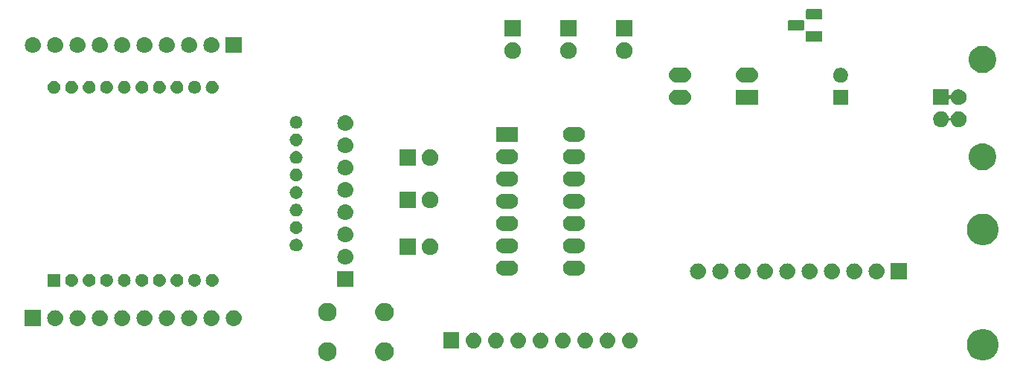
<source format=gbr>
%TF.GenerationSoftware,KiCad,Pcbnew,(5.1.0)-1*%
%TF.CreationDate,2019-07-09T02:14:38+01:00*%
%TF.ProjectId,SmartGluttonV1,536d6172-7447-46c7-9574-746f6e56312e,rev?*%
%TF.SameCoordinates,Original*%
%TF.FileFunction,Soldermask,Bot*%
%TF.FilePolarity,Negative*%
%FSLAX46Y46*%
G04 Gerber Fmt 4.6, Leading zero omitted, Abs format (unit mm)*
G04 Created by KiCad (PCBNEW (5.1.0)-1) date 2019-07-09 02:14:38*
%MOMM*%
%LPD*%
G04 APERTURE LIST*
%ADD10C,0.100000*%
G04 APERTURE END LIST*
D10*
G36*
X126694564Y-96779389D02*
G01*
X126885833Y-96858615D01*
X126885835Y-96858616D01*
X127057973Y-96973635D01*
X127204365Y-97120027D01*
X127306431Y-97272779D01*
X127319385Y-97292167D01*
X127398611Y-97483436D01*
X127439000Y-97686484D01*
X127439000Y-97893516D01*
X127398611Y-98096564D01*
X127319385Y-98287833D01*
X127319384Y-98287835D01*
X127204365Y-98459973D01*
X127057973Y-98606365D01*
X126885835Y-98721384D01*
X126885834Y-98721385D01*
X126885833Y-98721385D01*
X126694564Y-98800611D01*
X126491516Y-98841000D01*
X126284484Y-98841000D01*
X126081436Y-98800611D01*
X125890167Y-98721385D01*
X125890166Y-98721385D01*
X125890165Y-98721384D01*
X125718027Y-98606365D01*
X125571635Y-98459973D01*
X125456616Y-98287835D01*
X125456615Y-98287833D01*
X125377389Y-98096564D01*
X125337000Y-97893516D01*
X125337000Y-97686484D01*
X125377389Y-97483436D01*
X125456615Y-97292167D01*
X125469570Y-97272779D01*
X125571635Y-97120027D01*
X125718027Y-96973635D01*
X125890165Y-96858616D01*
X125890167Y-96858615D01*
X126081436Y-96779389D01*
X126284484Y-96739000D01*
X126491516Y-96739000D01*
X126694564Y-96779389D01*
X126694564Y-96779389D01*
G37*
G36*
X120194564Y-96779389D02*
G01*
X120385833Y-96858615D01*
X120385835Y-96858616D01*
X120557973Y-96973635D01*
X120704365Y-97120027D01*
X120806431Y-97272779D01*
X120819385Y-97292167D01*
X120898611Y-97483436D01*
X120939000Y-97686484D01*
X120939000Y-97893516D01*
X120898611Y-98096564D01*
X120819385Y-98287833D01*
X120819384Y-98287835D01*
X120704365Y-98459973D01*
X120557973Y-98606365D01*
X120385835Y-98721384D01*
X120385834Y-98721385D01*
X120385833Y-98721385D01*
X120194564Y-98800611D01*
X119991516Y-98841000D01*
X119784484Y-98841000D01*
X119581436Y-98800611D01*
X119390167Y-98721385D01*
X119390166Y-98721385D01*
X119390165Y-98721384D01*
X119218027Y-98606365D01*
X119071635Y-98459973D01*
X118956616Y-98287835D01*
X118956615Y-98287833D01*
X118877389Y-98096564D01*
X118837000Y-97893516D01*
X118837000Y-97686484D01*
X118877389Y-97483436D01*
X118956615Y-97292167D01*
X118969570Y-97272779D01*
X119071635Y-97120027D01*
X119218027Y-96973635D01*
X119390165Y-96858616D01*
X119390167Y-96858615D01*
X119581436Y-96779389D01*
X119784484Y-96739000D01*
X119991516Y-96739000D01*
X120194564Y-96779389D01*
X120194564Y-96779389D01*
G37*
G36*
X194994131Y-95287611D02*
G01*
X195321892Y-95423374D01*
X195616870Y-95620472D01*
X195867728Y-95871330D01*
X196064826Y-96166308D01*
X196200589Y-96494069D01*
X196269800Y-96842016D01*
X196269800Y-97196784D01*
X196200589Y-97544731D01*
X196064826Y-97872492D01*
X195867728Y-98167470D01*
X195616870Y-98418328D01*
X195321892Y-98615426D01*
X194994131Y-98751189D01*
X194646184Y-98820400D01*
X194291416Y-98820400D01*
X193943469Y-98751189D01*
X193615708Y-98615426D01*
X193320730Y-98418328D01*
X193069872Y-98167470D01*
X192872774Y-97872492D01*
X192737011Y-97544731D01*
X192667800Y-97196784D01*
X192667800Y-96842016D01*
X192737011Y-96494069D01*
X192872774Y-96166308D01*
X193069872Y-95871330D01*
X193320730Y-95620472D01*
X193615708Y-95423374D01*
X193943469Y-95287611D01*
X194291416Y-95218400D01*
X194646184Y-95218400D01*
X194994131Y-95287611D01*
X194994131Y-95287611D01*
G37*
G36*
X146795442Y-95625518D02*
G01*
X146861627Y-95632037D01*
X147031466Y-95683557D01*
X147187991Y-95767222D01*
X147223729Y-95796552D01*
X147325186Y-95879814D01*
X147408448Y-95981271D01*
X147437778Y-96017009D01*
X147521443Y-96173534D01*
X147572963Y-96343373D01*
X147590359Y-96520000D01*
X147572963Y-96696627D01*
X147521443Y-96866466D01*
X147437778Y-97022991D01*
X147408448Y-97058729D01*
X147325186Y-97160186D01*
X147223729Y-97243448D01*
X147187991Y-97272778D01*
X147031466Y-97356443D01*
X146861627Y-97407963D01*
X146795442Y-97414482D01*
X146729260Y-97421000D01*
X146640740Y-97421000D01*
X146574558Y-97414482D01*
X146508373Y-97407963D01*
X146338534Y-97356443D01*
X146182009Y-97272778D01*
X146146271Y-97243448D01*
X146044814Y-97160186D01*
X145961552Y-97058729D01*
X145932222Y-97022991D01*
X145848557Y-96866466D01*
X145797037Y-96696627D01*
X145779641Y-96520000D01*
X145797037Y-96343373D01*
X145848557Y-96173534D01*
X145932222Y-96017009D01*
X145961552Y-95981271D01*
X146044814Y-95879814D01*
X146146271Y-95796552D01*
X146182009Y-95767222D01*
X146338534Y-95683557D01*
X146508373Y-95632037D01*
X146574558Y-95625518D01*
X146640740Y-95619000D01*
X146729260Y-95619000D01*
X146795442Y-95625518D01*
X146795442Y-95625518D01*
G37*
G36*
X149335442Y-95625518D02*
G01*
X149401627Y-95632037D01*
X149571466Y-95683557D01*
X149727991Y-95767222D01*
X149763729Y-95796552D01*
X149865186Y-95879814D01*
X149948448Y-95981271D01*
X149977778Y-96017009D01*
X150061443Y-96173534D01*
X150112963Y-96343373D01*
X150130359Y-96520000D01*
X150112963Y-96696627D01*
X150061443Y-96866466D01*
X149977778Y-97022991D01*
X149948448Y-97058729D01*
X149865186Y-97160186D01*
X149763729Y-97243448D01*
X149727991Y-97272778D01*
X149571466Y-97356443D01*
X149401627Y-97407963D01*
X149335442Y-97414482D01*
X149269260Y-97421000D01*
X149180740Y-97421000D01*
X149114558Y-97414482D01*
X149048373Y-97407963D01*
X148878534Y-97356443D01*
X148722009Y-97272778D01*
X148686271Y-97243448D01*
X148584814Y-97160186D01*
X148501552Y-97058729D01*
X148472222Y-97022991D01*
X148388557Y-96866466D01*
X148337037Y-96696627D01*
X148319641Y-96520000D01*
X148337037Y-96343373D01*
X148388557Y-96173534D01*
X148472222Y-96017009D01*
X148501552Y-95981271D01*
X148584814Y-95879814D01*
X148686271Y-95796552D01*
X148722009Y-95767222D01*
X148878534Y-95683557D01*
X149048373Y-95632037D01*
X149114558Y-95625518D01*
X149180740Y-95619000D01*
X149269260Y-95619000D01*
X149335442Y-95625518D01*
X149335442Y-95625518D01*
G37*
G36*
X154415442Y-95625518D02*
G01*
X154481627Y-95632037D01*
X154651466Y-95683557D01*
X154807991Y-95767222D01*
X154843729Y-95796552D01*
X154945186Y-95879814D01*
X155028448Y-95981271D01*
X155057778Y-96017009D01*
X155141443Y-96173534D01*
X155192963Y-96343373D01*
X155210359Y-96520000D01*
X155192963Y-96696627D01*
X155141443Y-96866466D01*
X155057778Y-97022991D01*
X155028448Y-97058729D01*
X154945186Y-97160186D01*
X154843729Y-97243448D01*
X154807991Y-97272778D01*
X154651466Y-97356443D01*
X154481627Y-97407963D01*
X154415442Y-97414482D01*
X154349260Y-97421000D01*
X154260740Y-97421000D01*
X154194558Y-97414482D01*
X154128373Y-97407963D01*
X153958534Y-97356443D01*
X153802009Y-97272778D01*
X153766271Y-97243448D01*
X153664814Y-97160186D01*
X153581552Y-97058729D01*
X153552222Y-97022991D01*
X153468557Y-96866466D01*
X153417037Y-96696627D01*
X153399641Y-96520000D01*
X153417037Y-96343373D01*
X153468557Y-96173534D01*
X153552222Y-96017009D01*
X153581552Y-95981271D01*
X153664814Y-95879814D01*
X153766271Y-95796552D01*
X153802009Y-95767222D01*
X153958534Y-95683557D01*
X154128373Y-95632037D01*
X154194558Y-95625518D01*
X154260740Y-95619000D01*
X154349260Y-95619000D01*
X154415442Y-95625518D01*
X154415442Y-95625518D01*
G37*
G36*
X151875442Y-95625518D02*
G01*
X151941627Y-95632037D01*
X152111466Y-95683557D01*
X152267991Y-95767222D01*
X152303729Y-95796552D01*
X152405186Y-95879814D01*
X152488448Y-95981271D01*
X152517778Y-96017009D01*
X152601443Y-96173534D01*
X152652963Y-96343373D01*
X152670359Y-96520000D01*
X152652963Y-96696627D01*
X152601443Y-96866466D01*
X152517778Y-97022991D01*
X152488448Y-97058729D01*
X152405186Y-97160186D01*
X152303729Y-97243448D01*
X152267991Y-97272778D01*
X152111466Y-97356443D01*
X151941627Y-97407963D01*
X151875442Y-97414482D01*
X151809260Y-97421000D01*
X151720740Y-97421000D01*
X151654558Y-97414482D01*
X151588373Y-97407963D01*
X151418534Y-97356443D01*
X151262009Y-97272778D01*
X151226271Y-97243448D01*
X151124814Y-97160186D01*
X151041552Y-97058729D01*
X151012222Y-97022991D01*
X150928557Y-96866466D01*
X150877037Y-96696627D01*
X150859641Y-96520000D01*
X150877037Y-96343373D01*
X150928557Y-96173534D01*
X151012222Y-96017009D01*
X151041552Y-95981271D01*
X151124814Y-95879814D01*
X151226271Y-95796552D01*
X151262009Y-95767222D01*
X151418534Y-95683557D01*
X151588373Y-95632037D01*
X151654558Y-95625518D01*
X151720740Y-95619000D01*
X151809260Y-95619000D01*
X151875442Y-95625518D01*
X151875442Y-95625518D01*
G37*
G36*
X134886000Y-97421000D02*
G01*
X133084000Y-97421000D01*
X133084000Y-95619000D01*
X134886000Y-95619000D01*
X134886000Y-97421000D01*
X134886000Y-97421000D01*
G37*
G36*
X136635442Y-95625518D02*
G01*
X136701627Y-95632037D01*
X136871466Y-95683557D01*
X137027991Y-95767222D01*
X137063729Y-95796552D01*
X137165186Y-95879814D01*
X137248448Y-95981271D01*
X137277778Y-96017009D01*
X137361443Y-96173534D01*
X137412963Y-96343373D01*
X137430359Y-96520000D01*
X137412963Y-96696627D01*
X137361443Y-96866466D01*
X137277778Y-97022991D01*
X137248448Y-97058729D01*
X137165186Y-97160186D01*
X137063729Y-97243448D01*
X137027991Y-97272778D01*
X136871466Y-97356443D01*
X136701627Y-97407963D01*
X136635442Y-97414482D01*
X136569260Y-97421000D01*
X136480740Y-97421000D01*
X136414558Y-97414482D01*
X136348373Y-97407963D01*
X136178534Y-97356443D01*
X136022009Y-97272778D01*
X135986271Y-97243448D01*
X135884814Y-97160186D01*
X135801552Y-97058729D01*
X135772222Y-97022991D01*
X135688557Y-96866466D01*
X135637037Y-96696627D01*
X135619641Y-96520000D01*
X135637037Y-96343373D01*
X135688557Y-96173534D01*
X135772222Y-96017009D01*
X135801552Y-95981271D01*
X135884814Y-95879814D01*
X135986271Y-95796552D01*
X136022009Y-95767222D01*
X136178534Y-95683557D01*
X136348373Y-95632037D01*
X136414558Y-95625518D01*
X136480740Y-95619000D01*
X136569260Y-95619000D01*
X136635442Y-95625518D01*
X136635442Y-95625518D01*
G37*
G36*
X139175442Y-95625518D02*
G01*
X139241627Y-95632037D01*
X139411466Y-95683557D01*
X139567991Y-95767222D01*
X139603729Y-95796552D01*
X139705186Y-95879814D01*
X139788448Y-95981271D01*
X139817778Y-96017009D01*
X139901443Y-96173534D01*
X139952963Y-96343373D01*
X139970359Y-96520000D01*
X139952963Y-96696627D01*
X139901443Y-96866466D01*
X139817778Y-97022991D01*
X139788448Y-97058729D01*
X139705186Y-97160186D01*
X139603729Y-97243448D01*
X139567991Y-97272778D01*
X139411466Y-97356443D01*
X139241627Y-97407963D01*
X139175442Y-97414482D01*
X139109260Y-97421000D01*
X139020740Y-97421000D01*
X138954558Y-97414482D01*
X138888373Y-97407963D01*
X138718534Y-97356443D01*
X138562009Y-97272778D01*
X138526271Y-97243448D01*
X138424814Y-97160186D01*
X138341552Y-97058729D01*
X138312222Y-97022991D01*
X138228557Y-96866466D01*
X138177037Y-96696627D01*
X138159641Y-96520000D01*
X138177037Y-96343373D01*
X138228557Y-96173534D01*
X138312222Y-96017009D01*
X138341552Y-95981271D01*
X138424814Y-95879814D01*
X138526271Y-95796552D01*
X138562009Y-95767222D01*
X138718534Y-95683557D01*
X138888373Y-95632037D01*
X138954558Y-95625518D01*
X139020740Y-95619000D01*
X139109260Y-95619000D01*
X139175442Y-95625518D01*
X139175442Y-95625518D01*
G37*
G36*
X141715442Y-95625518D02*
G01*
X141781627Y-95632037D01*
X141951466Y-95683557D01*
X142107991Y-95767222D01*
X142143729Y-95796552D01*
X142245186Y-95879814D01*
X142328448Y-95981271D01*
X142357778Y-96017009D01*
X142441443Y-96173534D01*
X142492963Y-96343373D01*
X142510359Y-96520000D01*
X142492963Y-96696627D01*
X142441443Y-96866466D01*
X142357778Y-97022991D01*
X142328448Y-97058729D01*
X142245186Y-97160186D01*
X142143729Y-97243448D01*
X142107991Y-97272778D01*
X141951466Y-97356443D01*
X141781627Y-97407963D01*
X141715442Y-97414482D01*
X141649260Y-97421000D01*
X141560740Y-97421000D01*
X141494558Y-97414482D01*
X141428373Y-97407963D01*
X141258534Y-97356443D01*
X141102009Y-97272778D01*
X141066271Y-97243448D01*
X140964814Y-97160186D01*
X140881552Y-97058729D01*
X140852222Y-97022991D01*
X140768557Y-96866466D01*
X140717037Y-96696627D01*
X140699641Y-96520000D01*
X140717037Y-96343373D01*
X140768557Y-96173534D01*
X140852222Y-96017009D01*
X140881552Y-95981271D01*
X140964814Y-95879814D01*
X141066271Y-95796552D01*
X141102009Y-95767222D01*
X141258534Y-95683557D01*
X141428373Y-95632037D01*
X141494558Y-95625518D01*
X141560740Y-95619000D01*
X141649260Y-95619000D01*
X141715442Y-95625518D01*
X141715442Y-95625518D01*
G37*
G36*
X144255442Y-95625518D02*
G01*
X144321627Y-95632037D01*
X144491466Y-95683557D01*
X144647991Y-95767222D01*
X144683729Y-95796552D01*
X144785186Y-95879814D01*
X144868448Y-95981271D01*
X144897778Y-96017009D01*
X144981443Y-96173534D01*
X145032963Y-96343373D01*
X145050359Y-96520000D01*
X145032963Y-96696627D01*
X144981443Y-96866466D01*
X144897778Y-97022991D01*
X144868448Y-97058729D01*
X144785186Y-97160186D01*
X144683729Y-97243448D01*
X144647991Y-97272778D01*
X144491466Y-97356443D01*
X144321627Y-97407963D01*
X144255442Y-97414482D01*
X144189260Y-97421000D01*
X144100740Y-97421000D01*
X144034558Y-97414482D01*
X143968373Y-97407963D01*
X143798534Y-97356443D01*
X143642009Y-97272778D01*
X143606271Y-97243448D01*
X143504814Y-97160186D01*
X143421552Y-97058729D01*
X143392222Y-97022991D01*
X143308557Y-96866466D01*
X143257037Y-96696627D01*
X143239641Y-96520000D01*
X143257037Y-96343373D01*
X143308557Y-96173534D01*
X143392222Y-96017009D01*
X143421552Y-95981271D01*
X143504814Y-95879814D01*
X143606271Y-95796552D01*
X143642009Y-95767222D01*
X143798534Y-95683557D01*
X143968373Y-95632037D01*
X144034558Y-95625518D01*
X144100740Y-95619000D01*
X144189260Y-95619000D01*
X144255442Y-95625518D01*
X144255442Y-95625518D01*
G37*
G36*
X94090443Y-93085519D02*
G01*
X94156627Y-93092037D01*
X94326466Y-93143557D01*
X94482991Y-93227222D01*
X94518729Y-93256552D01*
X94620186Y-93339814D01*
X94664257Y-93393516D01*
X94732778Y-93477009D01*
X94816443Y-93633534D01*
X94867963Y-93803373D01*
X94885359Y-93980000D01*
X94867963Y-94156627D01*
X94816443Y-94326466D01*
X94732778Y-94482991D01*
X94703448Y-94518729D01*
X94620186Y-94620186D01*
X94518729Y-94703448D01*
X94482991Y-94732778D01*
X94326466Y-94816443D01*
X94156627Y-94867963D01*
X94090443Y-94874481D01*
X94024260Y-94881000D01*
X93935740Y-94881000D01*
X93869557Y-94874481D01*
X93803373Y-94867963D01*
X93633534Y-94816443D01*
X93477009Y-94732778D01*
X93441271Y-94703448D01*
X93339814Y-94620186D01*
X93256552Y-94518729D01*
X93227222Y-94482991D01*
X93143557Y-94326466D01*
X93092037Y-94156627D01*
X93074641Y-93980000D01*
X93092037Y-93803373D01*
X93143557Y-93633534D01*
X93227222Y-93477009D01*
X93295743Y-93393516D01*
X93339814Y-93339814D01*
X93441271Y-93256552D01*
X93477009Y-93227222D01*
X93633534Y-93143557D01*
X93803373Y-93092037D01*
X93869557Y-93085519D01*
X93935740Y-93079000D01*
X94024260Y-93079000D01*
X94090443Y-93085519D01*
X94090443Y-93085519D01*
G37*
G36*
X106790443Y-93085519D02*
G01*
X106856627Y-93092037D01*
X107026466Y-93143557D01*
X107182991Y-93227222D01*
X107218729Y-93256552D01*
X107320186Y-93339814D01*
X107364257Y-93393516D01*
X107432778Y-93477009D01*
X107516443Y-93633534D01*
X107567963Y-93803373D01*
X107585359Y-93980000D01*
X107567963Y-94156627D01*
X107516443Y-94326466D01*
X107432778Y-94482991D01*
X107403448Y-94518729D01*
X107320186Y-94620186D01*
X107218729Y-94703448D01*
X107182991Y-94732778D01*
X107026466Y-94816443D01*
X106856627Y-94867963D01*
X106790443Y-94874481D01*
X106724260Y-94881000D01*
X106635740Y-94881000D01*
X106569557Y-94874481D01*
X106503373Y-94867963D01*
X106333534Y-94816443D01*
X106177009Y-94732778D01*
X106141271Y-94703448D01*
X106039814Y-94620186D01*
X105956552Y-94518729D01*
X105927222Y-94482991D01*
X105843557Y-94326466D01*
X105792037Y-94156627D01*
X105774641Y-93980000D01*
X105792037Y-93803373D01*
X105843557Y-93633534D01*
X105927222Y-93477009D01*
X105995743Y-93393516D01*
X106039814Y-93339814D01*
X106141271Y-93256552D01*
X106177009Y-93227222D01*
X106333534Y-93143557D01*
X106503373Y-93092037D01*
X106569557Y-93085519D01*
X106635740Y-93079000D01*
X106724260Y-93079000D01*
X106790443Y-93085519D01*
X106790443Y-93085519D01*
G37*
G36*
X104250443Y-93085519D02*
G01*
X104316627Y-93092037D01*
X104486466Y-93143557D01*
X104642991Y-93227222D01*
X104678729Y-93256552D01*
X104780186Y-93339814D01*
X104824257Y-93393516D01*
X104892778Y-93477009D01*
X104976443Y-93633534D01*
X105027963Y-93803373D01*
X105045359Y-93980000D01*
X105027963Y-94156627D01*
X104976443Y-94326466D01*
X104892778Y-94482991D01*
X104863448Y-94518729D01*
X104780186Y-94620186D01*
X104678729Y-94703448D01*
X104642991Y-94732778D01*
X104486466Y-94816443D01*
X104316627Y-94867963D01*
X104250443Y-94874481D01*
X104184260Y-94881000D01*
X104095740Y-94881000D01*
X104029557Y-94874481D01*
X103963373Y-94867963D01*
X103793534Y-94816443D01*
X103637009Y-94732778D01*
X103601271Y-94703448D01*
X103499814Y-94620186D01*
X103416552Y-94518729D01*
X103387222Y-94482991D01*
X103303557Y-94326466D01*
X103252037Y-94156627D01*
X103234641Y-93980000D01*
X103252037Y-93803373D01*
X103303557Y-93633534D01*
X103387222Y-93477009D01*
X103455743Y-93393516D01*
X103499814Y-93339814D01*
X103601271Y-93256552D01*
X103637009Y-93227222D01*
X103793534Y-93143557D01*
X103963373Y-93092037D01*
X104029557Y-93085519D01*
X104095740Y-93079000D01*
X104184260Y-93079000D01*
X104250443Y-93085519D01*
X104250443Y-93085519D01*
G37*
G36*
X101710443Y-93085519D02*
G01*
X101776627Y-93092037D01*
X101946466Y-93143557D01*
X102102991Y-93227222D01*
X102138729Y-93256552D01*
X102240186Y-93339814D01*
X102284257Y-93393516D01*
X102352778Y-93477009D01*
X102436443Y-93633534D01*
X102487963Y-93803373D01*
X102505359Y-93980000D01*
X102487963Y-94156627D01*
X102436443Y-94326466D01*
X102352778Y-94482991D01*
X102323448Y-94518729D01*
X102240186Y-94620186D01*
X102138729Y-94703448D01*
X102102991Y-94732778D01*
X101946466Y-94816443D01*
X101776627Y-94867963D01*
X101710443Y-94874481D01*
X101644260Y-94881000D01*
X101555740Y-94881000D01*
X101489557Y-94874481D01*
X101423373Y-94867963D01*
X101253534Y-94816443D01*
X101097009Y-94732778D01*
X101061271Y-94703448D01*
X100959814Y-94620186D01*
X100876552Y-94518729D01*
X100847222Y-94482991D01*
X100763557Y-94326466D01*
X100712037Y-94156627D01*
X100694641Y-93980000D01*
X100712037Y-93803373D01*
X100763557Y-93633534D01*
X100847222Y-93477009D01*
X100915743Y-93393516D01*
X100959814Y-93339814D01*
X101061271Y-93256552D01*
X101097009Y-93227222D01*
X101253534Y-93143557D01*
X101423373Y-93092037D01*
X101489557Y-93085519D01*
X101555740Y-93079000D01*
X101644260Y-93079000D01*
X101710443Y-93085519D01*
X101710443Y-93085519D01*
G37*
G36*
X99170443Y-93085519D02*
G01*
X99236627Y-93092037D01*
X99406466Y-93143557D01*
X99562991Y-93227222D01*
X99598729Y-93256552D01*
X99700186Y-93339814D01*
X99744257Y-93393516D01*
X99812778Y-93477009D01*
X99896443Y-93633534D01*
X99947963Y-93803373D01*
X99965359Y-93980000D01*
X99947963Y-94156627D01*
X99896443Y-94326466D01*
X99812778Y-94482991D01*
X99783448Y-94518729D01*
X99700186Y-94620186D01*
X99598729Y-94703448D01*
X99562991Y-94732778D01*
X99406466Y-94816443D01*
X99236627Y-94867963D01*
X99170443Y-94874481D01*
X99104260Y-94881000D01*
X99015740Y-94881000D01*
X98949557Y-94874481D01*
X98883373Y-94867963D01*
X98713534Y-94816443D01*
X98557009Y-94732778D01*
X98521271Y-94703448D01*
X98419814Y-94620186D01*
X98336552Y-94518729D01*
X98307222Y-94482991D01*
X98223557Y-94326466D01*
X98172037Y-94156627D01*
X98154641Y-93980000D01*
X98172037Y-93803373D01*
X98223557Y-93633534D01*
X98307222Y-93477009D01*
X98375743Y-93393516D01*
X98419814Y-93339814D01*
X98521271Y-93256552D01*
X98557009Y-93227222D01*
X98713534Y-93143557D01*
X98883373Y-93092037D01*
X98949557Y-93085519D01*
X99015740Y-93079000D01*
X99104260Y-93079000D01*
X99170443Y-93085519D01*
X99170443Y-93085519D01*
G37*
G36*
X96630443Y-93085519D02*
G01*
X96696627Y-93092037D01*
X96866466Y-93143557D01*
X97022991Y-93227222D01*
X97058729Y-93256552D01*
X97160186Y-93339814D01*
X97204257Y-93393516D01*
X97272778Y-93477009D01*
X97356443Y-93633534D01*
X97407963Y-93803373D01*
X97425359Y-93980000D01*
X97407963Y-94156627D01*
X97356443Y-94326466D01*
X97272778Y-94482991D01*
X97243448Y-94518729D01*
X97160186Y-94620186D01*
X97058729Y-94703448D01*
X97022991Y-94732778D01*
X96866466Y-94816443D01*
X96696627Y-94867963D01*
X96630443Y-94874481D01*
X96564260Y-94881000D01*
X96475740Y-94881000D01*
X96409557Y-94874481D01*
X96343373Y-94867963D01*
X96173534Y-94816443D01*
X96017009Y-94732778D01*
X95981271Y-94703448D01*
X95879814Y-94620186D01*
X95796552Y-94518729D01*
X95767222Y-94482991D01*
X95683557Y-94326466D01*
X95632037Y-94156627D01*
X95614641Y-93980000D01*
X95632037Y-93803373D01*
X95683557Y-93633534D01*
X95767222Y-93477009D01*
X95835743Y-93393516D01*
X95879814Y-93339814D01*
X95981271Y-93256552D01*
X96017009Y-93227222D01*
X96173534Y-93143557D01*
X96343373Y-93092037D01*
X96409557Y-93085519D01*
X96475740Y-93079000D01*
X96564260Y-93079000D01*
X96630443Y-93085519D01*
X96630443Y-93085519D01*
G37*
G36*
X91550443Y-93085519D02*
G01*
X91616627Y-93092037D01*
X91786466Y-93143557D01*
X91942991Y-93227222D01*
X91978729Y-93256552D01*
X92080186Y-93339814D01*
X92124257Y-93393516D01*
X92192778Y-93477009D01*
X92276443Y-93633534D01*
X92327963Y-93803373D01*
X92345359Y-93980000D01*
X92327963Y-94156627D01*
X92276443Y-94326466D01*
X92192778Y-94482991D01*
X92163448Y-94518729D01*
X92080186Y-94620186D01*
X91978729Y-94703448D01*
X91942991Y-94732778D01*
X91786466Y-94816443D01*
X91616627Y-94867963D01*
X91550443Y-94874481D01*
X91484260Y-94881000D01*
X91395740Y-94881000D01*
X91329557Y-94874481D01*
X91263373Y-94867963D01*
X91093534Y-94816443D01*
X90937009Y-94732778D01*
X90901271Y-94703448D01*
X90799814Y-94620186D01*
X90716552Y-94518729D01*
X90687222Y-94482991D01*
X90603557Y-94326466D01*
X90552037Y-94156627D01*
X90534641Y-93980000D01*
X90552037Y-93803373D01*
X90603557Y-93633534D01*
X90687222Y-93477009D01*
X90755743Y-93393516D01*
X90799814Y-93339814D01*
X90901271Y-93256552D01*
X90937009Y-93227222D01*
X91093534Y-93143557D01*
X91263373Y-93092037D01*
X91329557Y-93085519D01*
X91395740Y-93079000D01*
X91484260Y-93079000D01*
X91550443Y-93085519D01*
X91550443Y-93085519D01*
G37*
G36*
X89010443Y-93085519D02*
G01*
X89076627Y-93092037D01*
X89246466Y-93143557D01*
X89402991Y-93227222D01*
X89438729Y-93256552D01*
X89540186Y-93339814D01*
X89584257Y-93393516D01*
X89652778Y-93477009D01*
X89736443Y-93633534D01*
X89787963Y-93803373D01*
X89805359Y-93980000D01*
X89787963Y-94156627D01*
X89736443Y-94326466D01*
X89652778Y-94482991D01*
X89623448Y-94518729D01*
X89540186Y-94620186D01*
X89438729Y-94703448D01*
X89402991Y-94732778D01*
X89246466Y-94816443D01*
X89076627Y-94867963D01*
X89010443Y-94874481D01*
X88944260Y-94881000D01*
X88855740Y-94881000D01*
X88789557Y-94874481D01*
X88723373Y-94867963D01*
X88553534Y-94816443D01*
X88397009Y-94732778D01*
X88361271Y-94703448D01*
X88259814Y-94620186D01*
X88176552Y-94518729D01*
X88147222Y-94482991D01*
X88063557Y-94326466D01*
X88012037Y-94156627D01*
X87994641Y-93980000D01*
X88012037Y-93803373D01*
X88063557Y-93633534D01*
X88147222Y-93477009D01*
X88215743Y-93393516D01*
X88259814Y-93339814D01*
X88361271Y-93256552D01*
X88397009Y-93227222D01*
X88553534Y-93143557D01*
X88723373Y-93092037D01*
X88789557Y-93085519D01*
X88855740Y-93079000D01*
X88944260Y-93079000D01*
X89010443Y-93085519D01*
X89010443Y-93085519D01*
G37*
G36*
X109330443Y-93085519D02*
G01*
X109396627Y-93092037D01*
X109566466Y-93143557D01*
X109722991Y-93227222D01*
X109758729Y-93256552D01*
X109860186Y-93339814D01*
X109904257Y-93393516D01*
X109972778Y-93477009D01*
X110056443Y-93633534D01*
X110107963Y-93803373D01*
X110125359Y-93980000D01*
X110107963Y-94156627D01*
X110056443Y-94326466D01*
X109972778Y-94482991D01*
X109943448Y-94518729D01*
X109860186Y-94620186D01*
X109758729Y-94703448D01*
X109722991Y-94732778D01*
X109566466Y-94816443D01*
X109396627Y-94867963D01*
X109330443Y-94874481D01*
X109264260Y-94881000D01*
X109175740Y-94881000D01*
X109109557Y-94874481D01*
X109043373Y-94867963D01*
X108873534Y-94816443D01*
X108717009Y-94732778D01*
X108681271Y-94703448D01*
X108579814Y-94620186D01*
X108496552Y-94518729D01*
X108467222Y-94482991D01*
X108383557Y-94326466D01*
X108332037Y-94156627D01*
X108314641Y-93980000D01*
X108332037Y-93803373D01*
X108383557Y-93633534D01*
X108467222Y-93477009D01*
X108535743Y-93393516D01*
X108579814Y-93339814D01*
X108681271Y-93256552D01*
X108717009Y-93227222D01*
X108873534Y-93143557D01*
X109043373Y-93092037D01*
X109109557Y-93085519D01*
X109175740Y-93079000D01*
X109264260Y-93079000D01*
X109330443Y-93085519D01*
X109330443Y-93085519D01*
G37*
G36*
X87261000Y-94881000D02*
G01*
X85459000Y-94881000D01*
X85459000Y-93079000D01*
X87261000Y-93079000D01*
X87261000Y-94881000D01*
X87261000Y-94881000D01*
G37*
G36*
X126694564Y-92279389D02*
G01*
X126885833Y-92358615D01*
X126885835Y-92358616D01*
X127057973Y-92473635D01*
X127204365Y-92620027D01*
X127319385Y-92792167D01*
X127398611Y-92983436D01*
X127439000Y-93186484D01*
X127439000Y-93393516D01*
X127398611Y-93596564D01*
X127319385Y-93787833D01*
X127319384Y-93787835D01*
X127204365Y-93959973D01*
X127057973Y-94106365D01*
X126885835Y-94221384D01*
X126885834Y-94221385D01*
X126885833Y-94221385D01*
X126694564Y-94300611D01*
X126491516Y-94341000D01*
X126284484Y-94341000D01*
X126081436Y-94300611D01*
X125890167Y-94221385D01*
X125890166Y-94221385D01*
X125890165Y-94221384D01*
X125718027Y-94106365D01*
X125571635Y-93959973D01*
X125456616Y-93787835D01*
X125456615Y-93787833D01*
X125377389Y-93596564D01*
X125337000Y-93393516D01*
X125337000Y-93186484D01*
X125377389Y-92983436D01*
X125456615Y-92792167D01*
X125571635Y-92620027D01*
X125718027Y-92473635D01*
X125890165Y-92358616D01*
X125890167Y-92358615D01*
X126081436Y-92279389D01*
X126284484Y-92239000D01*
X126491516Y-92239000D01*
X126694564Y-92279389D01*
X126694564Y-92279389D01*
G37*
G36*
X120194564Y-92279389D02*
G01*
X120385833Y-92358615D01*
X120385835Y-92358616D01*
X120557973Y-92473635D01*
X120704365Y-92620027D01*
X120819385Y-92792167D01*
X120898611Y-92983436D01*
X120939000Y-93186484D01*
X120939000Y-93393516D01*
X120898611Y-93596564D01*
X120819385Y-93787833D01*
X120819384Y-93787835D01*
X120704365Y-93959973D01*
X120557973Y-94106365D01*
X120385835Y-94221384D01*
X120385834Y-94221385D01*
X120385833Y-94221385D01*
X120194564Y-94300611D01*
X119991516Y-94341000D01*
X119784484Y-94341000D01*
X119581436Y-94300611D01*
X119390167Y-94221385D01*
X119390166Y-94221385D01*
X119390165Y-94221384D01*
X119218027Y-94106365D01*
X119071635Y-93959973D01*
X118956616Y-93787835D01*
X118956615Y-93787833D01*
X118877389Y-93596564D01*
X118837000Y-93393516D01*
X118837000Y-93186484D01*
X118877389Y-92983436D01*
X118956615Y-92792167D01*
X119071635Y-92620027D01*
X119218027Y-92473635D01*
X119390165Y-92358616D01*
X119390167Y-92358615D01*
X119581436Y-92279389D01*
X119784484Y-92239000D01*
X119991516Y-92239000D01*
X120194564Y-92279389D01*
X120194564Y-92279389D01*
G37*
G36*
X122821000Y-90436000D02*
G01*
X121019000Y-90436000D01*
X121019000Y-88634000D01*
X122821000Y-88634000D01*
X122821000Y-90436000D01*
X122821000Y-90436000D01*
G37*
G36*
X90841213Y-88947502D02*
G01*
X90912321Y-88954505D01*
X91037466Y-88992468D01*
X91049175Y-88996020D01*
X91175294Y-89063432D01*
X91285843Y-89154157D01*
X91376568Y-89264706D01*
X91443980Y-89390825D01*
X91443981Y-89390828D01*
X91485495Y-89527679D01*
X91499512Y-89670000D01*
X91485495Y-89812321D01*
X91443981Y-89949172D01*
X91443980Y-89949175D01*
X91376568Y-90075294D01*
X91285843Y-90185843D01*
X91175294Y-90276568D01*
X91049175Y-90343980D01*
X91049172Y-90343981D01*
X90912321Y-90385495D01*
X90841213Y-90392498D01*
X90805660Y-90396000D01*
X90734340Y-90396000D01*
X90698787Y-90392498D01*
X90627679Y-90385495D01*
X90490828Y-90343981D01*
X90490825Y-90343980D01*
X90364706Y-90276568D01*
X90254157Y-90185843D01*
X90163432Y-90075294D01*
X90096020Y-89949175D01*
X90096019Y-89949172D01*
X90054505Y-89812321D01*
X90040488Y-89670000D01*
X90054505Y-89527679D01*
X90096019Y-89390828D01*
X90096020Y-89390825D01*
X90163432Y-89264706D01*
X90254157Y-89154157D01*
X90364706Y-89063432D01*
X90490825Y-88996020D01*
X90502534Y-88992468D01*
X90627679Y-88954505D01*
X90698787Y-88947502D01*
X90734340Y-88944000D01*
X90805660Y-88944000D01*
X90841213Y-88947502D01*
X90841213Y-88947502D01*
G37*
G36*
X106841213Y-88947502D02*
G01*
X106912321Y-88954505D01*
X107037466Y-88992468D01*
X107049175Y-88996020D01*
X107175294Y-89063432D01*
X107285843Y-89154157D01*
X107376568Y-89264706D01*
X107443980Y-89390825D01*
X107443981Y-89390828D01*
X107485495Y-89527679D01*
X107499512Y-89670000D01*
X107485495Y-89812321D01*
X107443981Y-89949172D01*
X107443980Y-89949175D01*
X107376568Y-90075294D01*
X107285843Y-90185843D01*
X107175294Y-90276568D01*
X107049175Y-90343980D01*
X107049172Y-90343981D01*
X106912321Y-90385495D01*
X106841213Y-90392498D01*
X106805660Y-90396000D01*
X106734340Y-90396000D01*
X106698787Y-90392498D01*
X106627679Y-90385495D01*
X106490828Y-90343981D01*
X106490825Y-90343980D01*
X106364706Y-90276568D01*
X106254157Y-90185843D01*
X106163432Y-90075294D01*
X106096020Y-89949175D01*
X106096019Y-89949172D01*
X106054505Y-89812321D01*
X106040488Y-89670000D01*
X106054505Y-89527679D01*
X106096019Y-89390828D01*
X106096020Y-89390825D01*
X106163432Y-89264706D01*
X106254157Y-89154157D01*
X106364706Y-89063432D01*
X106490825Y-88996020D01*
X106502534Y-88992468D01*
X106627679Y-88954505D01*
X106698787Y-88947502D01*
X106734340Y-88944000D01*
X106805660Y-88944000D01*
X106841213Y-88947502D01*
X106841213Y-88947502D01*
G37*
G36*
X89496000Y-90396000D02*
G01*
X88044000Y-90396000D01*
X88044000Y-88944000D01*
X89496000Y-88944000D01*
X89496000Y-90396000D01*
X89496000Y-90396000D01*
G37*
G36*
X92841213Y-88947502D02*
G01*
X92912321Y-88954505D01*
X93037466Y-88992468D01*
X93049175Y-88996020D01*
X93175294Y-89063432D01*
X93285843Y-89154157D01*
X93376568Y-89264706D01*
X93443980Y-89390825D01*
X93443981Y-89390828D01*
X93485495Y-89527679D01*
X93499512Y-89670000D01*
X93485495Y-89812321D01*
X93443981Y-89949172D01*
X93443980Y-89949175D01*
X93376568Y-90075294D01*
X93285843Y-90185843D01*
X93175294Y-90276568D01*
X93049175Y-90343980D01*
X93049172Y-90343981D01*
X92912321Y-90385495D01*
X92841213Y-90392498D01*
X92805660Y-90396000D01*
X92734340Y-90396000D01*
X92698787Y-90392498D01*
X92627679Y-90385495D01*
X92490828Y-90343981D01*
X92490825Y-90343980D01*
X92364706Y-90276568D01*
X92254157Y-90185843D01*
X92163432Y-90075294D01*
X92096020Y-89949175D01*
X92096019Y-89949172D01*
X92054505Y-89812321D01*
X92040488Y-89670000D01*
X92054505Y-89527679D01*
X92096019Y-89390828D01*
X92096020Y-89390825D01*
X92163432Y-89264706D01*
X92254157Y-89154157D01*
X92364706Y-89063432D01*
X92490825Y-88996020D01*
X92502534Y-88992468D01*
X92627679Y-88954505D01*
X92698787Y-88947502D01*
X92734340Y-88944000D01*
X92805660Y-88944000D01*
X92841213Y-88947502D01*
X92841213Y-88947502D01*
G37*
G36*
X94841213Y-88947502D02*
G01*
X94912321Y-88954505D01*
X95037466Y-88992468D01*
X95049175Y-88996020D01*
X95175294Y-89063432D01*
X95285843Y-89154157D01*
X95376568Y-89264706D01*
X95443980Y-89390825D01*
X95443981Y-89390828D01*
X95485495Y-89527679D01*
X95499512Y-89670000D01*
X95485495Y-89812321D01*
X95443981Y-89949172D01*
X95443980Y-89949175D01*
X95376568Y-90075294D01*
X95285843Y-90185843D01*
X95175294Y-90276568D01*
X95049175Y-90343980D01*
X95049172Y-90343981D01*
X94912321Y-90385495D01*
X94841213Y-90392498D01*
X94805660Y-90396000D01*
X94734340Y-90396000D01*
X94698787Y-90392498D01*
X94627679Y-90385495D01*
X94490828Y-90343981D01*
X94490825Y-90343980D01*
X94364706Y-90276568D01*
X94254157Y-90185843D01*
X94163432Y-90075294D01*
X94096020Y-89949175D01*
X94096019Y-89949172D01*
X94054505Y-89812321D01*
X94040488Y-89670000D01*
X94054505Y-89527679D01*
X94096019Y-89390828D01*
X94096020Y-89390825D01*
X94163432Y-89264706D01*
X94254157Y-89154157D01*
X94364706Y-89063432D01*
X94490825Y-88996020D01*
X94502534Y-88992468D01*
X94627679Y-88954505D01*
X94698787Y-88947502D01*
X94734340Y-88944000D01*
X94805660Y-88944000D01*
X94841213Y-88947502D01*
X94841213Y-88947502D01*
G37*
G36*
X100841213Y-88947502D02*
G01*
X100912321Y-88954505D01*
X101037466Y-88992468D01*
X101049175Y-88996020D01*
X101175294Y-89063432D01*
X101285843Y-89154157D01*
X101376568Y-89264706D01*
X101443980Y-89390825D01*
X101443981Y-89390828D01*
X101485495Y-89527679D01*
X101499512Y-89670000D01*
X101485495Y-89812321D01*
X101443981Y-89949172D01*
X101443980Y-89949175D01*
X101376568Y-90075294D01*
X101285843Y-90185843D01*
X101175294Y-90276568D01*
X101049175Y-90343980D01*
X101049172Y-90343981D01*
X100912321Y-90385495D01*
X100841213Y-90392498D01*
X100805660Y-90396000D01*
X100734340Y-90396000D01*
X100698787Y-90392498D01*
X100627679Y-90385495D01*
X100490828Y-90343981D01*
X100490825Y-90343980D01*
X100364706Y-90276568D01*
X100254157Y-90185843D01*
X100163432Y-90075294D01*
X100096020Y-89949175D01*
X100096019Y-89949172D01*
X100054505Y-89812321D01*
X100040488Y-89670000D01*
X100054505Y-89527679D01*
X100096019Y-89390828D01*
X100096020Y-89390825D01*
X100163432Y-89264706D01*
X100254157Y-89154157D01*
X100364706Y-89063432D01*
X100490825Y-88996020D01*
X100502534Y-88992468D01*
X100627679Y-88954505D01*
X100698787Y-88947502D01*
X100734340Y-88944000D01*
X100805660Y-88944000D01*
X100841213Y-88947502D01*
X100841213Y-88947502D01*
G37*
G36*
X102841213Y-88947502D02*
G01*
X102912321Y-88954505D01*
X103037466Y-88992468D01*
X103049175Y-88996020D01*
X103175294Y-89063432D01*
X103285843Y-89154157D01*
X103376568Y-89264706D01*
X103443980Y-89390825D01*
X103443981Y-89390828D01*
X103485495Y-89527679D01*
X103499512Y-89670000D01*
X103485495Y-89812321D01*
X103443981Y-89949172D01*
X103443980Y-89949175D01*
X103376568Y-90075294D01*
X103285843Y-90185843D01*
X103175294Y-90276568D01*
X103049175Y-90343980D01*
X103049172Y-90343981D01*
X102912321Y-90385495D01*
X102841213Y-90392498D01*
X102805660Y-90396000D01*
X102734340Y-90396000D01*
X102698787Y-90392498D01*
X102627679Y-90385495D01*
X102490828Y-90343981D01*
X102490825Y-90343980D01*
X102364706Y-90276568D01*
X102254157Y-90185843D01*
X102163432Y-90075294D01*
X102096020Y-89949175D01*
X102096019Y-89949172D01*
X102054505Y-89812321D01*
X102040488Y-89670000D01*
X102054505Y-89527679D01*
X102096019Y-89390828D01*
X102096020Y-89390825D01*
X102163432Y-89264706D01*
X102254157Y-89154157D01*
X102364706Y-89063432D01*
X102490825Y-88996020D01*
X102502534Y-88992468D01*
X102627679Y-88954505D01*
X102698787Y-88947502D01*
X102734340Y-88944000D01*
X102805660Y-88944000D01*
X102841213Y-88947502D01*
X102841213Y-88947502D01*
G37*
G36*
X98841213Y-88947502D02*
G01*
X98912321Y-88954505D01*
X99037466Y-88992468D01*
X99049175Y-88996020D01*
X99175294Y-89063432D01*
X99285843Y-89154157D01*
X99376568Y-89264706D01*
X99443980Y-89390825D01*
X99443981Y-89390828D01*
X99485495Y-89527679D01*
X99499512Y-89670000D01*
X99485495Y-89812321D01*
X99443981Y-89949172D01*
X99443980Y-89949175D01*
X99376568Y-90075294D01*
X99285843Y-90185843D01*
X99175294Y-90276568D01*
X99049175Y-90343980D01*
X99049172Y-90343981D01*
X98912321Y-90385495D01*
X98841213Y-90392498D01*
X98805660Y-90396000D01*
X98734340Y-90396000D01*
X98698787Y-90392498D01*
X98627679Y-90385495D01*
X98490828Y-90343981D01*
X98490825Y-90343980D01*
X98364706Y-90276568D01*
X98254157Y-90185843D01*
X98163432Y-90075294D01*
X98096020Y-89949175D01*
X98096019Y-89949172D01*
X98054505Y-89812321D01*
X98040488Y-89670000D01*
X98054505Y-89527679D01*
X98096019Y-89390828D01*
X98096020Y-89390825D01*
X98163432Y-89264706D01*
X98254157Y-89154157D01*
X98364706Y-89063432D01*
X98490825Y-88996020D01*
X98502534Y-88992468D01*
X98627679Y-88954505D01*
X98698787Y-88947502D01*
X98734340Y-88944000D01*
X98805660Y-88944000D01*
X98841213Y-88947502D01*
X98841213Y-88947502D01*
G37*
G36*
X104841213Y-88947502D02*
G01*
X104912321Y-88954505D01*
X105037466Y-88992468D01*
X105049175Y-88996020D01*
X105175294Y-89063432D01*
X105285843Y-89154157D01*
X105376568Y-89264706D01*
X105443980Y-89390825D01*
X105443981Y-89390828D01*
X105485495Y-89527679D01*
X105499512Y-89670000D01*
X105485495Y-89812321D01*
X105443981Y-89949172D01*
X105443980Y-89949175D01*
X105376568Y-90075294D01*
X105285843Y-90185843D01*
X105175294Y-90276568D01*
X105049175Y-90343980D01*
X105049172Y-90343981D01*
X104912321Y-90385495D01*
X104841213Y-90392498D01*
X104805660Y-90396000D01*
X104734340Y-90396000D01*
X104698787Y-90392498D01*
X104627679Y-90385495D01*
X104490828Y-90343981D01*
X104490825Y-90343980D01*
X104364706Y-90276568D01*
X104254157Y-90185843D01*
X104163432Y-90075294D01*
X104096020Y-89949175D01*
X104096019Y-89949172D01*
X104054505Y-89812321D01*
X104040488Y-89670000D01*
X104054505Y-89527679D01*
X104096019Y-89390828D01*
X104096020Y-89390825D01*
X104163432Y-89264706D01*
X104254157Y-89154157D01*
X104364706Y-89063432D01*
X104490825Y-88996020D01*
X104502534Y-88992468D01*
X104627679Y-88954505D01*
X104698787Y-88947502D01*
X104734340Y-88944000D01*
X104805660Y-88944000D01*
X104841213Y-88947502D01*
X104841213Y-88947502D01*
G37*
G36*
X96841213Y-88947502D02*
G01*
X96912321Y-88954505D01*
X97037466Y-88992468D01*
X97049175Y-88996020D01*
X97175294Y-89063432D01*
X97285843Y-89154157D01*
X97376568Y-89264706D01*
X97443980Y-89390825D01*
X97443981Y-89390828D01*
X97485495Y-89527679D01*
X97499512Y-89670000D01*
X97485495Y-89812321D01*
X97443981Y-89949172D01*
X97443980Y-89949175D01*
X97376568Y-90075294D01*
X97285843Y-90185843D01*
X97175294Y-90276568D01*
X97049175Y-90343980D01*
X97049172Y-90343981D01*
X96912321Y-90385495D01*
X96841213Y-90392498D01*
X96805660Y-90396000D01*
X96734340Y-90396000D01*
X96698787Y-90392498D01*
X96627679Y-90385495D01*
X96490828Y-90343981D01*
X96490825Y-90343980D01*
X96364706Y-90276568D01*
X96254157Y-90185843D01*
X96163432Y-90075294D01*
X96096020Y-89949175D01*
X96096019Y-89949172D01*
X96054505Y-89812321D01*
X96040488Y-89670000D01*
X96054505Y-89527679D01*
X96096019Y-89390828D01*
X96096020Y-89390825D01*
X96163432Y-89264706D01*
X96254157Y-89154157D01*
X96364706Y-89063432D01*
X96490825Y-88996020D01*
X96502534Y-88992468D01*
X96627679Y-88954505D01*
X96698787Y-88947502D01*
X96734340Y-88944000D01*
X96805660Y-88944000D01*
X96841213Y-88947502D01*
X96841213Y-88947502D01*
G37*
G36*
X167242442Y-87751518D02*
G01*
X167308627Y-87758037D01*
X167478466Y-87809557D01*
X167634991Y-87893222D01*
X167670729Y-87922552D01*
X167772186Y-88005814D01*
X167847985Y-88098177D01*
X167884778Y-88143009D01*
X167968443Y-88299534D01*
X168019963Y-88469373D01*
X168037359Y-88646000D01*
X168019963Y-88822627D01*
X167968443Y-88992466D01*
X167884778Y-89148991D01*
X167880538Y-89154157D01*
X167772186Y-89286186D01*
X167670729Y-89369448D01*
X167634991Y-89398778D01*
X167478466Y-89482443D01*
X167308627Y-89533963D01*
X167242442Y-89540482D01*
X167176260Y-89547000D01*
X167087740Y-89547000D01*
X167021558Y-89540482D01*
X166955373Y-89533963D01*
X166785534Y-89482443D01*
X166629009Y-89398778D01*
X166593271Y-89369448D01*
X166491814Y-89286186D01*
X166383462Y-89154157D01*
X166379222Y-89148991D01*
X166295557Y-88992466D01*
X166244037Y-88822627D01*
X166226641Y-88646000D01*
X166244037Y-88469373D01*
X166295557Y-88299534D01*
X166379222Y-88143009D01*
X166416015Y-88098177D01*
X166491814Y-88005814D01*
X166593271Y-87922552D01*
X166629009Y-87893222D01*
X166785534Y-87809557D01*
X166955373Y-87758037D01*
X167021558Y-87751518D01*
X167087740Y-87745000D01*
X167176260Y-87745000D01*
X167242442Y-87751518D01*
X167242442Y-87751518D01*
G37*
G36*
X185813000Y-89547000D02*
G01*
X184011000Y-89547000D01*
X184011000Y-87745000D01*
X185813000Y-87745000D01*
X185813000Y-89547000D01*
X185813000Y-89547000D01*
G37*
G36*
X182482442Y-87751518D02*
G01*
X182548627Y-87758037D01*
X182718466Y-87809557D01*
X182874991Y-87893222D01*
X182910729Y-87922552D01*
X183012186Y-88005814D01*
X183087985Y-88098177D01*
X183124778Y-88143009D01*
X183208443Y-88299534D01*
X183259963Y-88469373D01*
X183277359Y-88646000D01*
X183259963Y-88822627D01*
X183208443Y-88992466D01*
X183124778Y-89148991D01*
X183120538Y-89154157D01*
X183012186Y-89286186D01*
X182910729Y-89369448D01*
X182874991Y-89398778D01*
X182718466Y-89482443D01*
X182548627Y-89533963D01*
X182482442Y-89540482D01*
X182416260Y-89547000D01*
X182327740Y-89547000D01*
X182261558Y-89540482D01*
X182195373Y-89533963D01*
X182025534Y-89482443D01*
X181869009Y-89398778D01*
X181833271Y-89369448D01*
X181731814Y-89286186D01*
X181623462Y-89154157D01*
X181619222Y-89148991D01*
X181535557Y-88992466D01*
X181484037Y-88822627D01*
X181466641Y-88646000D01*
X181484037Y-88469373D01*
X181535557Y-88299534D01*
X181619222Y-88143009D01*
X181656015Y-88098177D01*
X181731814Y-88005814D01*
X181833271Y-87922552D01*
X181869009Y-87893222D01*
X182025534Y-87809557D01*
X182195373Y-87758037D01*
X182261558Y-87751518D01*
X182327740Y-87745000D01*
X182416260Y-87745000D01*
X182482442Y-87751518D01*
X182482442Y-87751518D01*
G37*
G36*
X179942442Y-87751518D02*
G01*
X180008627Y-87758037D01*
X180178466Y-87809557D01*
X180334991Y-87893222D01*
X180370729Y-87922552D01*
X180472186Y-88005814D01*
X180547985Y-88098177D01*
X180584778Y-88143009D01*
X180668443Y-88299534D01*
X180719963Y-88469373D01*
X180737359Y-88646000D01*
X180719963Y-88822627D01*
X180668443Y-88992466D01*
X180584778Y-89148991D01*
X180580538Y-89154157D01*
X180472186Y-89286186D01*
X180370729Y-89369448D01*
X180334991Y-89398778D01*
X180178466Y-89482443D01*
X180008627Y-89533963D01*
X179942442Y-89540482D01*
X179876260Y-89547000D01*
X179787740Y-89547000D01*
X179721558Y-89540482D01*
X179655373Y-89533963D01*
X179485534Y-89482443D01*
X179329009Y-89398778D01*
X179293271Y-89369448D01*
X179191814Y-89286186D01*
X179083462Y-89154157D01*
X179079222Y-89148991D01*
X178995557Y-88992466D01*
X178944037Y-88822627D01*
X178926641Y-88646000D01*
X178944037Y-88469373D01*
X178995557Y-88299534D01*
X179079222Y-88143009D01*
X179116015Y-88098177D01*
X179191814Y-88005814D01*
X179293271Y-87922552D01*
X179329009Y-87893222D01*
X179485534Y-87809557D01*
X179655373Y-87758037D01*
X179721558Y-87751518D01*
X179787740Y-87745000D01*
X179876260Y-87745000D01*
X179942442Y-87751518D01*
X179942442Y-87751518D01*
G37*
G36*
X177402442Y-87751518D02*
G01*
X177468627Y-87758037D01*
X177638466Y-87809557D01*
X177794991Y-87893222D01*
X177830729Y-87922552D01*
X177932186Y-88005814D01*
X178007985Y-88098177D01*
X178044778Y-88143009D01*
X178128443Y-88299534D01*
X178179963Y-88469373D01*
X178197359Y-88646000D01*
X178179963Y-88822627D01*
X178128443Y-88992466D01*
X178044778Y-89148991D01*
X178040538Y-89154157D01*
X177932186Y-89286186D01*
X177830729Y-89369448D01*
X177794991Y-89398778D01*
X177638466Y-89482443D01*
X177468627Y-89533963D01*
X177402442Y-89540482D01*
X177336260Y-89547000D01*
X177247740Y-89547000D01*
X177181558Y-89540482D01*
X177115373Y-89533963D01*
X176945534Y-89482443D01*
X176789009Y-89398778D01*
X176753271Y-89369448D01*
X176651814Y-89286186D01*
X176543462Y-89154157D01*
X176539222Y-89148991D01*
X176455557Y-88992466D01*
X176404037Y-88822627D01*
X176386641Y-88646000D01*
X176404037Y-88469373D01*
X176455557Y-88299534D01*
X176539222Y-88143009D01*
X176576015Y-88098177D01*
X176651814Y-88005814D01*
X176753271Y-87922552D01*
X176789009Y-87893222D01*
X176945534Y-87809557D01*
X177115373Y-87758037D01*
X177181558Y-87751518D01*
X177247740Y-87745000D01*
X177336260Y-87745000D01*
X177402442Y-87751518D01*
X177402442Y-87751518D01*
G37*
G36*
X174862442Y-87751518D02*
G01*
X174928627Y-87758037D01*
X175098466Y-87809557D01*
X175254991Y-87893222D01*
X175290729Y-87922552D01*
X175392186Y-88005814D01*
X175467985Y-88098177D01*
X175504778Y-88143009D01*
X175588443Y-88299534D01*
X175639963Y-88469373D01*
X175657359Y-88646000D01*
X175639963Y-88822627D01*
X175588443Y-88992466D01*
X175504778Y-89148991D01*
X175500538Y-89154157D01*
X175392186Y-89286186D01*
X175290729Y-89369448D01*
X175254991Y-89398778D01*
X175098466Y-89482443D01*
X174928627Y-89533963D01*
X174862442Y-89540482D01*
X174796260Y-89547000D01*
X174707740Y-89547000D01*
X174641558Y-89540482D01*
X174575373Y-89533963D01*
X174405534Y-89482443D01*
X174249009Y-89398778D01*
X174213271Y-89369448D01*
X174111814Y-89286186D01*
X174003462Y-89154157D01*
X173999222Y-89148991D01*
X173915557Y-88992466D01*
X173864037Y-88822627D01*
X173846641Y-88646000D01*
X173864037Y-88469373D01*
X173915557Y-88299534D01*
X173999222Y-88143009D01*
X174036015Y-88098177D01*
X174111814Y-88005814D01*
X174213271Y-87922552D01*
X174249009Y-87893222D01*
X174405534Y-87809557D01*
X174575373Y-87758037D01*
X174641558Y-87751518D01*
X174707740Y-87745000D01*
X174796260Y-87745000D01*
X174862442Y-87751518D01*
X174862442Y-87751518D01*
G37*
G36*
X172322442Y-87751518D02*
G01*
X172388627Y-87758037D01*
X172558466Y-87809557D01*
X172714991Y-87893222D01*
X172750729Y-87922552D01*
X172852186Y-88005814D01*
X172927985Y-88098177D01*
X172964778Y-88143009D01*
X173048443Y-88299534D01*
X173099963Y-88469373D01*
X173117359Y-88646000D01*
X173099963Y-88822627D01*
X173048443Y-88992466D01*
X172964778Y-89148991D01*
X172960538Y-89154157D01*
X172852186Y-89286186D01*
X172750729Y-89369448D01*
X172714991Y-89398778D01*
X172558466Y-89482443D01*
X172388627Y-89533963D01*
X172322442Y-89540482D01*
X172256260Y-89547000D01*
X172167740Y-89547000D01*
X172101558Y-89540482D01*
X172035373Y-89533963D01*
X171865534Y-89482443D01*
X171709009Y-89398778D01*
X171673271Y-89369448D01*
X171571814Y-89286186D01*
X171463462Y-89154157D01*
X171459222Y-89148991D01*
X171375557Y-88992466D01*
X171324037Y-88822627D01*
X171306641Y-88646000D01*
X171324037Y-88469373D01*
X171375557Y-88299534D01*
X171459222Y-88143009D01*
X171496015Y-88098177D01*
X171571814Y-88005814D01*
X171673271Y-87922552D01*
X171709009Y-87893222D01*
X171865534Y-87809557D01*
X172035373Y-87758037D01*
X172101558Y-87751518D01*
X172167740Y-87745000D01*
X172256260Y-87745000D01*
X172322442Y-87751518D01*
X172322442Y-87751518D01*
G37*
G36*
X169782442Y-87751518D02*
G01*
X169848627Y-87758037D01*
X170018466Y-87809557D01*
X170174991Y-87893222D01*
X170210729Y-87922552D01*
X170312186Y-88005814D01*
X170387985Y-88098177D01*
X170424778Y-88143009D01*
X170508443Y-88299534D01*
X170559963Y-88469373D01*
X170577359Y-88646000D01*
X170559963Y-88822627D01*
X170508443Y-88992466D01*
X170424778Y-89148991D01*
X170420538Y-89154157D01*
X170312186Y-89286186D01*
X170210729Y-89369448D01*
X170174991Y-89398778D01*
X170018466Y-89482443D01*
X169848627Y-89533963D01*
X169782442Y-89540482D01*
X169716260Y-89547000D01*
X169627740Y-89547000D01*
X169561558Y-89540482D01*
X169495373Y-89533963D01*
X169325534Y-89482443D01*
X169169009Y-89398778D01*
X169133271Y-89369448D01*
X169031814Y-89286186D01*
X168923462Y-89154157D01*
X168919222Y-89148991D01*
X168835557Y-88992466D01*
X168784037Y-88822627D01*
X168766641Y-88646000D01*
X168784037Y-88469373D01*
X168835557Y-88299534D01*
X168919222Y-88143009D01*
X168956015Y-88098177D01*
X169031814Y-88005814D01*
X169133271Y-87922552D01*
X169169009Y-87893222D01*
X169325534Y-87809557D01*
X169495373Y-87758037D01*
X169561558Y-87751518D01*
X169627740Y-87745000D01*
X169716260Y-87745000D01*
X169782442Y-87751518D01*
X169782442Y-87751518D01*
G37*
G36*
X164702442Y-87751518D02*
G01*
X164768627Y-87758037D01*
X164938466Y-87809557D01*
X165094991Y-87893222D01*
X165130729Y-87922552D01*
X165232186Y-88005814D01*
X165307985Y-88098177D01*
X165344778Y-88143009D01*
X165428443Y-88299534D01*
X165479963Y-88469373D01*
X165497359Y-88646000D01*
X165479963Y-88822627D01*
X165428443Y-88992466D01*
X165344778Y-89148991D01*
X165340538Y-89154157D01*
X165232186Y-89286186D01*
X165130729Y-89369448D01*
X165094991Y-89398778D01*
X164938466Y-89482443D01*
X164768627Y-89533963D01*
X164702442Y-89540482D01*
X164636260Y-89547000D01*
X164547740Y-89547000D01*
X164481558Y-89540482D01*
X164415373Y-89533963D01*
X164245534Y-89482443D01*
X164089009Y-89398778D01*
X164053271Y-89369448D01*
X163951814Y-89286186D01*
X163843462Y-89154157D01*
X163839222Y-89148991D01*
X163755557Y-88992466D01*
X163704037Y-88822627D01*
X163686641Y-88646000D01*
X163704037Y-88469373D01*
X163755557Y-88299534D01*
X163839222Y-88143009D01*
X163876015Y-88098177D01*
X163951814Y-88005814D01*
X164053271Y-87922552D01*
X164089009Y-87893222D01*
X164245534Y-87809557D01*
X164415373Y-87758037D01*
X164481558Y-87751518D01*
X164547740Y-87745000D01*
X164636260Y-87745000D01*
X164702442Y-87751518D01*
X164702442Y-87751518D01*
G37*
G36*
X162162442Y-87751518D02*
G01*
X162228627Y-87758037D01*
X162398466Y-87809557D01*
X162554991Y-87893222D01*
X162590729Y-87922552D01*
X162692186Y-88005814D01*
X162767985Y-88098177D01*
X162804778Y-88143009D01*
X162888443Y-88299534D01*
X162939963Y-88469373D01*
X162957359Y-88646000D01*
X162939963Y-88822627D01*
X162888443Y-88992466D01*
X162804778Y-89148991D01*
X162800538Y-89154157D01*
X162692186Y-89286186D01*
X162590729Y-89369448D01*
X162554991Y-89398778D01*
X162398466Y-89482443D01*
X162228627Y-89533963D01*
X162162442Y-89540482D01*
X162096260Y-89547000D01*
X162007740Y-89547000D01*
X161941558Y-89540482D01*
X161875373Y-89533963D01*
X161705534Y-89482443D01*
X161549009Y-89398778D01*
X161513271Y-89369448D01*
X161411814Y-89286186D01*
X161303462Y-89154157D01*
X161299222Y-89148991D01*
X161215557Y-88992466D01*
X161164037Y-88822627D01*
X161146641Y-88646000D01*
X161164037Y-88469373D01*
X161215557Y-88299534D01*
X161299222Y-88143009D01*
X161336015Y-88098177D01*
X161411814Y-88005814D01*
X161513271Y-87922552D01*
X161549009Y-87893222D01*
X161705534Y-87809557D01*
X161875373Y-87758037D01*
X161941558Y-87751518D01*
X162007740Y-87745000D01*
X162096260Y-87745000D01*
X162162442Y-87751518D01*
X162162442Y-87751518D01*
G37*
G36*
X148521823Y-87426313D02*
G01*
X148682242Y-87474976D01*
X148814906Y-87545886D01*
X148830078Y-87553996D01*
X148959659Y-87660341D01*
X149066004Y-87789922D01*
X149066005Y-87789924D01*
X149145024Y-87937758D01*
X149193687Y-88098177D01*
X149210117Y-88265000D01*
X149193687Y-88431823D01*
X149145024Y-88592242D01*
X149074114Y-88724906D01*
X149066004Y-88740078D01*
X148959659Y-88869659D01*
X148830078Y-88976004D01*
X148830076Y-88976005D01*
X148682242Y-89055024D01*
X148682239Y-89055025D01*
X148652380Y-89064083D01*
X148521823Y-89103687D01*
X148396804Y-89116000D01*
X147513196Y-89116000D01*
X147388177Y-89103687D01*
X147257620Y-89064083D01*
X147227761Y-89055025D01*
X147227758Y-89055024D01*
X147079924Y-88976005D01*
X147079922Y-88976004D01*
X146950341Y-88869659D01*
X146843996Y-88740078D01*
X146835886Y-88724906D01*
X146764976Y-88592242D01*
X146716313Y-88431823D01*
X146699883Y-88265000D01*
X146716313Y-88098177D01*
X146764976Y-87937758D01*
X146843995Y-87789924D01*
X146843996Y-87789922D01*
X146950341Y-87660341D01*
X147079922Y-87553996D01*
X147095094Y-87545886D01*
X147227758Y-87474976D01*
X147388177Y-87426313D01*
X147513196Y-87414000D01*
X148396804Y-87414000D01*
X148521823Y-87426313D01*
X148521823Y-87426313D01*
G37*
G36*
X140901823Y-87426313D02*
G01*
X141062242Y-87474976D01*
X141194906Y-87545886D01*
X141210078Y-87553996D01*
X141339659Y-87660341D01*
X141446004Y-87789922D01*
X141446005Y-87789924D01*
X141525024Y-87937758D01*
X141573687Y-88098177D01*
X141590117Y-88265000D01*
X141573687Y-88431823D01*
X141525024Y-88592242D01*
X141454114Y-88724906D01*
X141446004Y-88740078D01*
X141339659Y-88869659D01*
X141210078Y-88976004D01*
X141210076Y-88976005D01*
X141062242Y-89055024D01*
X141062239Y-89055025D01*
X141032380Y-89064083D01*
X140901823Y-89103687D01*
X140776804Y-89116000D01*
X139893196Y-89116000D01*
X139768177Y-89103687D01*
X139637620Y-89064083D01*
X139607761Y-89055025D01*
X139607758Y-89055024D01*
X139459924Y-88976005D01*
X139459922Y-88976004D01*
X139330341Y-88869659D01*
X139223996Y-88740078D01*
X139215886Y-88724906D01*
X139144976Y-88592242D01*
X139096313Y-88431823D01*
X139079883Y-88265000D01*
X139096313Y-88098177D01*
X139144976Y-87937758D01*
X139223995Y-87789924D01*
X139223996Y-87789922D01*
X139330341Y-87660341D01*
X139459922Y-87553996D01*
X139475094Y-87545886D01*
X139607758Y-87474976D01*
X139768177Y-87426313D01*
X139893196Y-87414000D01*
X140776804Y-87414000D01*
X140901823Y-87426313D01*
X140901823Y-87426313D01*
G37*
G36*
X122030442Y-86100518D02*
G01*
X122096627Y-86107037D01*
X122266466Y-86158557D01*
X122422991Y-86242222D01*
X122458729Y-86271552D01*
X122560186Y-86354814D01*
X122643448Y-86456271D01*
X122672778Y-86492009D01*
X122672779Y-86492011D01*
X122725525Y-86590690D01*
X122756443Y-86648534D01*
X122807963Y-86818373D01*
X122825359Y-86995000D01*
X122807963Y-87171627D01*
X122756443Y-87341466D01*
X122672778Y-87497991D01*
X122643448Y-87533729D01*
X122560186Y-87635186D01*
X122458729Y-87718448D01*
X122422991Y-87747778D01*
X122266466Y-87831443D01*
X122096627Y-87882963D01*
X122030443Y-87889481D01*
X121964260Y-87896000D01*
X121875740Y-87896000D01*
X121809557Y-87889481D01*
X121743373Y-87882963D01*
X121573534Y-87831443D01*
X121417009Y-87747778D01*
X121381271Y-87718448D01*
X121279814Y-87635186D01*
X121196552Y-87533729D01*
X121167222Y-87497991D01*
X121083557Y-87341466D01*
X121032037Y-87171627D01*
X121014641Y-86995000D01*
X121032037Y-86818373D01*
X121083557Y-86648534D01*
X121114476Y-86590690D01*
X121167221Y-86492011D01*
X121167222Y-86492009D01*
X121196552Y-86456271D01*
X121279814Y-86354814D01*
X121381271Y-86271552D01*
X121417009Y-86242222D01*
X121573534Y-86158557D01*
X121743373Y-86107037D01*
X121809558Y-86100518D01*
X121875740Y-86094000D01*
X121964260Y-86094000D01*
X122030442Y-86100518D01*
X122030442Y-86100518D01*
G37*
G36*
X131849395Y-84937546D02*
G01*
X132022466Y-85009234D01*
X132033530Y-85016627D01*
X132178227Y-85113310D01*
X132310690Y-85245773D01*
X132357687Y-85316110D01*
X132414766Y-85401534D01*
X132486454Y-85574605D01*
X132523000Y-85758333D01*
X132523000Y-85945667D01*
X132486454Y-86129395D01*
X132414766Y-86302466D01*
X132414765Y-86302467D01*
X132310690Y-86458227D01*
X132178227Y-86590690D01*
X132099818Y-86643081D01*
X132022466Y-86694766D01*
X131849395Y-86766454D01*
X131665667Y-86803000D01*
X131478333Y-86803000D01*
X131294605Y-86766454D01*
X131121534Y-86694766D01*
X131044182Y-86643081D01*
X130965773Y-86590690D01*
X130833310Y-86458227D01*
X130729235Y-86302467D01*
X130729234Y-86302466D01*
X130657546Y-86129395D01*
X130621000Y-85945667D01*
X130621000Y-85758333D01*
X130657546Y-85574605D01*
X130729234Y-85401534D01*
X130786313Y-85316110D01*
X130833310Y-85245773D01*
X130965773Y-85113310D01*
X131110470Y-85016627D01*
X131121534Y-85009234D01*
X131294605Y-84937546D01*
X131478333Y-84901000D01*
X131665667Y-84901000D01*
X131849395Y-84937546D01*
X131849395Y-84937546D01*
G37*
G36*
X129983000Y-86803000D02*
G01*
X128081000Y-86803000D01*
X128081000Y-84901000D01*
X129983000Y-84901000D01*
X129983000Y-86803000D01*
X129983000Y-86803000D01*
G37*
G36*
X148521823Y-84886313D02*
G01*
X148682242Y-84934976D01*
X148732611Y-84961899D01*
X148830078Y-85013996D01*
X148959659Y-85120341D01*
X149066004Y-85249922D01*
X149066005Y-85249924D01*
X149145024Y-85397758D01*
X149145025Y-85397761D01*
X149154083Y-85427620D01*
X149193687Y-85558177D01*
X149210117Y-85725000D01*
X149193687Y-85891823D01*
X149145024Y-86052242D01*
X149115735Y-86107037D01*
X149066004Y-86200078D01*
X148959659Y-86329659D01*
X148830078Y-86436004D01*
X148830076Y-86436005D01*
X148682242Y-86515024D01*
X148521823Y-86563687D01*
X148396804Y-86576000D01*
X147513196Y-86576000D01*
X147388177Y-86563687D01*
X147227758Y-86515024D01*
X147079924Y-86436005D01*
X147079922Y-86436004D01*
X146950341Y-86329659D01*
X146843996Y-86200078D01*
X146794265Y-86107037D01*
X146764976Y-86052242D01*
X146716313Y-85891823D01*
X146699883Y-85725000D01*
X146716313Y-85558177D01*
X146755917Y-85427620D01*
X146764975Y-85397761D01*
X146764976Y-85397758D01*
X146843995Y-85249924D01*
X146843996Y-85249922D01*
X146950341Y-85120341D01*
X147079922Y-85013996D01*
X147177389Y-84961899D01*
X147227758Y-84934976D01*
X147388177Y-84886313D01*
X147513196Y-84874000D01*
X148396804Y-84874000D01*
X148521823Y-84886313D01*
X148521823Y-84886313D01*
G37*
G36*
X140901823Y-84886313D02*
G01*
X141062242Y-84934976D01*
X141112611Y-84961899D01*
X141210078Y-85013996D01*
X141339659Y-85120341D01*
X141446004Y-85249922D01*
X141446005Y-85249924D01*
X141525024Y-85397758D01*
X141525025Y-85397761D01*
X141534083Y-85427620D01*
X141573687Y-85558177D01*
X141590117Y-85725000D01*
X141573687Y-85891823D01*
X141525024Y-86052242D01*
X141495735Y-86107037D01*
X141446004Y-86200078D01*
X141339659Y-86329659D01*
X141210078Y-86436004D01*
X141210076Y-86436005D01*
X141062242Y-86515024D01*
X140901823Y-86563687D01*
X140776804Y-86576000D01*
X139893196Y-86576000D01*
X139768177Y-86563687D01*
X139607758Y-86515024D01*
X139459924Y-86436005D01*
X139459922Y-86436004D01*
X139330341Y-86329659D01*
X139223996Y-86200078D01*
X139174265Y-86107037D01*
X139144976Y-86052242D01*
X139096313Y-85891823D01*
X139079883Y-85725000D01*
X139096313Y-85558177D01*
X139135917Y-85427620D01*
X139144975Y-85397761D01*
X139144976Y-85397758D01*
X139223995Y-85249924D01*
X139223996Y-85249922D01*
X139330341Y-85120341D01*
X139459922Y-85013996D01*
X139557389Y-84961899D01*
X139607758Y-84934976D01*
X139768177Y-84886313D01*
X139893196Y-84874000D01*
X140776804Y-84874000D01*
X140901823Y-84886313D01*
X140901823Y-84886313D01*
G37*
G36*
X116541766Y-84961899D02*
G01*
X116673888Y-85016626D01*
X116673890Y-85016627D01*
X116792798Y-85096079D01*
X116893921Y-85197202D01*
X116956890Y-85291442D01*
X116973374Y-85316112D01*
X117028101Y-85448234D01*
X117056000Y-85588494D01*
X117056000Y-85731506D01*
X117028101Y-85871766D01*
X116997490Y-85945667D01*
X116973373Y-86003890D01*
X116893921Y-86122798D01*
X116792798Y-86223921D01*
X116673890Y-86303373D01*
X116673889Y-86303374D01*
X116673888Y-86303374D01*
X116541766Y-86358101D01*
X116401506Y-86386000D01*
X116258494Y-86386000D01*
X116118234Y-86358101D01*
X115986112Y-86303374D01*
X115986111Y-86303374D01*
X115986110Y-86303373D01*
X115867202Y-86223921D01*
X115766079Y-86122798D01*
X115686627Y-86003890D01*
X115662510Y-85945667D01*
X115631899Y-85871766D01*
X115604000Y-85731506D01*
X115604000Y-85588494D01*
X115631899Y-85448234D01*
X115686626Y-85316112D01*
X115703110Y-85291442D01*
X115766079Y-85197202D01*
X115867202Y-85096079D01*
X115986110Y-85016627D01*
X115986112Y-85016626D01*
X116118234Y-84961899D01*
X116258494Y-84934000D01*
X116401506Y-84934000D01*
X116541766Y-84961899D01*
X116541766Y-84961899D01*
G37*
G36*
X194994131Y-82147611D02*
G01*
X195321892Y-82283374D01*
X195616870Y-82480472D01*
X195867728Y-82731330D01*
X196064826Y-83026308D01*
X196200589Y-83354069D01*
X196269800Y-83702016D01*
X196269800Y-84056784D01*
X196200589Y-84404731D01*
X196064826Y-84732492D01*
X195867728Y-85027470D01*
X195616870Y-85278328D01*
X195321892Y-85475426D01*
X194994131Y-85611189D01*
X194646184Y-85680400D01*
X194291416Y-85680400D01*
X193943469Y-85611189D01*
X193615708Y-85475426D01*
X193320730Y-85278328D01*
X193069872Y-85027470D01*
X192872774Y-84732492D01*
X192737011Y-84404731D01*
X192667800Y-84056784D01*
X192667800Y-83702016D01*
X192737011Y-83354069D01*
X192872774Y-83026308D01*
X193069872Y-82731330D01*
X193320730Y-82480472D01*
X193615708Y-82283374D01*
X193943469Y-82147611D01*
X194291416Y-82078400D01*
X194646184Y-82078400D01*
X194994131Y-82147611D01*
X194994131Y-82147611D01*
G37*
G36*
X122030443Y-83560519D02*
G01*
X122096627Y-83567037D01*
X122266466Y-83618557D01*
X122422991Y-83702222D01*
X122458729Y-83731552D01*
X122560186Y-83814814D01*
X122643448Y-83916271D01*
X122672778Y-83952009D01*
X122756443Y-84108534D01*
X122807963Y-84278373D01*
X122825359Y-84455000D01*
X122807963Y-84631627D01*
X122756443Y-84801466D01*
X122672778Y-84957991D01*
X122643448Y-84993729D01*
X122560186Y-85095186D01*
X122458729Y-85178448D01*
X122422991Y-85207778D01*
X122266466Y-85291443D01*
X122096627Y-85342963D01*
X122030442Y-85349482D01*
X121964260Y-85356000D01*
X121875740Y-85356000D01*
X121809558Y-85349482D01*
X121743373Y-85342963D01*
X121573534Y-85291443D01*
X121417009Y-85207778D01*
X121381271Y-85178448D01*
X121279814Y-85095186D01*
X121196552Y-84993729D01*
X121167222Y-84957991D01*
X121083557Y-84801466D01*
X121032037Y-84631627D01*
X121014641Y-84455000D01*
X121032037Y-84278373D01*
X121083557Y-84108534D01*
X121167222Y-83952009D01*
X121196552Y-83916271D01*
X121279814Y-83814814D01*
X121381271Y-83731552D01*
X121417009Y-83702222D01*
X121573534Y-83618557D01*
X121743373Y-83567037D01*
X121809557Y-83560519D01*
X121875740Y-83554000D01*
X121964260Y-83554000D01*
X122030443Y-83560519D01*
X122030443Y-83560519D01*
G37*
G36*
X116401213Y-82937502D02*
G01*
X116472321Y-82944505D01*
X116609172Y-82986019D01*
X116609175Y-82986020D01*
X116735294Y-83053432D01*
X116845843Y-83144157D01*
X116936568Y-83254706D01*
X117003980Y-83380825D01*
X117003981Y-83380828D01*
X117045495Y-83517679D01*
X117059512Y-83660000D01*
X117045495Y-83802321D01*
X117017076Y-83896004D01*
X117003980Y-83939175D01*
X116936568Y-84065294D01*
X116845843Y-84175843D01*
X116735294Y-84266568D01*
X116609175Y-84333980D01*
X116609172Y-84333981D01*
X116472321Y-84375495D01*
X116401213Y-84382498D01*
X116365660Y-84386000D01*
X116294340Y-84386000D01*
X116258787Y-84382498D01*
X116187679Y-84375495D01*
X116050828Y-84333981D01*
X116050825Y-84333980D01*
X115924706Y-84266568D01*
X115814157Y-84175843D01*
X115723432Y-84065294D01*
X115656020Y-83939175D01*
X115642924Y-83896004D01*
X115614505Y-83802321D01*
X115600488Y-83660000D01*
X115614505Y-83517679D01*
X115656019Y-83380828D01*
X115656020Y-83380825D01*
X115723432Y-83254706D01*
X115814157Y-83144157D01*
X115924706Y-83053432D01*
X116050825Y-82986020D01*
X116050828Y-82986019D01*
X116187679Y-82944505D01*
X116258787Y-82937502D01*
X116294340Y-82934000D01*
X116365660Y-82934000D01*
X116401213Y-82937502D01*
X116401213Y-82937502D01*
G37*
G36*
X140901823Y-82346313D02*
G01*
X141062242Y-82394976D01*
X141194906Y-82465886D01*
X141210078Y-82473996D01*
X141339659Y-82580341D01*
X141446004Y-82709922D01*
X141446005Y-82709924D01*
X141525024Y-82857758D01*
X141573687Y-83018177D01*
X141590117Y-83185000D01*
X141573687Y-83351823D01*
X141525024Y-83512242D01*
X141495735Y-83567037D01*
X141446004Y-83660078D01*
X141339659Y-83789659D01*
X141210078Y-83896004D01*
X141210076Y-83896005D01*
X141062242Y-83975024D01*
X140901823Y-84023687D01*
X140776804Y-84036000D01*
X139893196Y-84036000D01*
X139768177Y-84023687D01*
X139607758Y-83975024D01*
X139459924Y-83896005D01*
X139459922Y-83896004D01*
X139330341Y-83789659D01*
X139223996Y-83660078D01*
X139174265Y-83567037D01*
X139144976Y-83512242D01*
X139096313Y-83351823D01*
X139079883Y-83185000D01*
X139096313Y-83018177D01*
X139144976Y-82857758D01*
X139223995Y-82709924D01*
X139223996Y-82709922D01*
X139330341Y-82580341D01*
X139459922Y-82473996D01*
X139475094Y-82465886D01*
X139607758Y-82394976D01*
X139768177Y-82346313D01*
X139893196Y-82334000D01*
X140776804Y-82334000D01*
X140901823Y-82346313D01*
X140901823Y-82346313D01*
G37*
G36*
X148521823Y-82346313D02*
G01*
X148682242Y-82394976D01*
X148814906Y-82465886D01*
X148830078Y-82473996D01*
X148959659Y-82580341D01*
X149066004Y-82709922D01*
X149066005Y-82709924D01*
X149145024Y-82857758D01*
X149193687Y-83018177D01*
X149210117Y-83185000D01*
X149193687Y-83351823D01*
X149145024Y-83512242D01*
X149115735Y-83567037D01*
X149066004Y-83660078D01*
X148959659Y-83789659D01*
X148830078Y-83896004D01*
X148830076Y-83896005D01*
X148682242Y-83975024D01*
X148521823Y-84023687D01*
X148396804Y-84036000D01*
X147513196Y-84036000D01*
X147388177Y-84023687D01*
X147227758Y-83975024D01*
X147079924Y-83896005D01*
X147079922Y-83896004D01*
X146950341Y-83789659D01*
X146843996Y-83660078D01*
X146794265Y-83567037D01*
X146764976Y-83512242D01*
X146716313Y-83351823D01*
X146699883Y-83185000D01*
X146716313Y-83018177D01*
X146764976Y-82857758D01*
X146843995Y-82709924D01*
X146843996Y-82709922D01*
X146950341Y-82580341D01*
X147079922Y-82473996D01*
X147095094Y-82465886D01*
X147227758Y-82394976D01*
X147388177Y-82346313D01*
X147513196Y-82334000D01*
X148396804Y-82334000D01*
X148521823Y-82346313D01*
X148521823Y-82346313D01*
G37*
G36*
X122030442Y-81020518D02*
G01*
X122096627Y-81027037D01*
X122266466Y-81078557D01*
X122422991Y-81162222D01*
X122458729Y-81191552D01*
X122560186Y-81274814D01*
X122630723Y-81360765D01*
X122672778Y-81412009D01*
X122756443Y-81568534D01*
X122807963Y-81738373D01*
X122825359Y-81915000D01*
X122807963Y-82091627D01*
X122790980Y-82147611D01*
X122756442Y-82261468D01*
X122753716Y-82266568D01*
X122672778Y-82417991D01*
X122643448Y-82453729D01*
X122560186Y-82555186D01*
X122458729Y-82638448D01*
X122422991Y-82667778D01*
X122422989Y-82667779D01*
X122304095Y-82731330D01*
X122266466Y-82751443D01*
X122096627Y-82802963D01*
X122030442Y-82809482D01*
X121964260Y-82816000D01*
X121875740Y-82816000D01*
X121809558Y-82809482D01*
X121743373Y-82802963D01*
X121573534Y-82751443D01*
X121535906Y-82731330D01*
X121417011Y-82667779D01*
X121417009Y-82667778D01*
X121381271Y-82638448D01*
X121279814Y-82555186D01*
X121196552Y-82453729D01*
X121167222Y-82417991D01*
X121086284Y-82266568D01*
X121083558Y-82261468D01*
X121049020Y-82147611D01*
X121032037Y-82091627D01*
X121014641Y-81915000D01*
X121032037Y-81738373D01*
X121083557Y-81568534D01*
X121167222Y-81412009D01*
X121209277Y-81360765D01*
X121279814Y-81274814D01*
X121381271Y-81191552D01*
X121417009Y-81162222D01*
X121573534Y-81078557D01*
X121743373Y-81027037D01*
X121809558Y-81020518D01*
X121875740Y-81014000D01*
X121964260Y-81014000D01*
X122030442Y-81020518D01*
X122030442Y-81020518D01*
G37*
G36*
X116401213Y-80937502D02*
G01*
X116472321Y-80944505D01*
X116609172Y-80986019D01*
X116609175Y-80986020D01*
X116735294Y-81053432D01*
X116845843Y-81144157D01*
X116936568Y-81254706D01*
X117003980Y-81380825D01*
X117003981Y-81380828D01*
X117045495Y-81517679D01*
X117059512Y-81660000D01*
X117045495Y-81802321D01*
X117003981Y-81939172D01*
X117003980Y-81939175D01*
X116936568Y-82065294D01*
X116845843Y-82175843D01*
X116735294Y-82266568D01*
X116609175Y-82333980D01*
X116609172Y-82333981D01*
X116472321Y-82375495D01*
X116401213Y-82382498D01*
X116365660Y-82386000D01*
X116294340Y-82386000D01*
X116258787Y-82382498D01*
X116187679Y-82375495D01*
X116050828Y-82333981D01*
X116050825Y-82333980D01*
X115924706Y-82266568D01*
X115814157Y-82175843D01*
X115723432Y-82065294D01*
X115656020Y-81939175D01*
X115656019Y-81939172D01*
X115614505Y-81802321D01*
X115600488Y-81660000D01*
X115614505Y-81517679D01*
X115656019Y-81380828D01*
X115656020Y-81380825D01*
X115723432Y-81254706D01*
X115814157Y-81144157D01*
X115924706Y-81053432D01*
X116050825Y-80986020D01*
X116050828Y-80986019D01*
X116187679Y-80944505D01*
X116258787Y-80937502D01*
X116294340Y-80934000D01*
X116365660Y-80934000D01*
X116401213Y-80937502D01*
X116401213Y-80937502D01*
G37*
G36*
X140901823Y-79806313D02*
G01*
X141062242Y-79854976D01*
X141168505Y-79911775D01*
X141210078Y-79933996D01*
X141339659Y-80040341D01*
X141446004Y-80169922D01*
X141446005Y-80169924D01*
X141525024Y-80317758D01*
X141573687Y-80478177D01*
X141590117Y-80645000D01*
X141573687Y-80811823D01*
X141573686Y-80811825D01*
X141526170Y-80968466D01*
X141525024Y-80972242D01*
X141495735Y-81027037D01*
X141446004Y-81120078D01*
X141339659Y-81249659D01*
X141210078Y-81356004D01*
X141210076Y-81356005D01*
X141062242Y-81435024D01*
X140901823Y-81483687D01*
X140776804Y-81496000D01*
X139893196Y-81496000D01*
X139768177Y-81483687D01*
X139607758Y-81435024D01*
X139459924Y-81356005D01*
X139459922Y-81356004D01*
X139330341Y-81249659D01*
X139223996Y-81120078D01*
X139174265Y-81027037D01*
X139144976Y-80972242D01*
X139143831Y-80968466D01*
X139096314Y-80811825D01*
X139096313Y-80811823D01*
X139079883Y-80645000D01*
X139096313Y-80478177D01*
X139144976Y-80317758D01*
X139223995Y-80169924D01*
X139223996Y-80169922D01*
X139330341Y-80040341D01*
X139459922Y-79933996D01*
X139501495Y-79911775D01*
X139607758Y-79854976D01*
X139768177Y-79806313D01*
X139893196Y-79794000D01*
X140776804Y-79794000D01*
X140901823Y-79806313D01*
X140901823Y-79806313D01*
G37*
G36*
X148521823Y-79806313D02*
G01*
X148682242Y-79854976D01*
X148788505Y-79911775D01*
X148830078Y-79933996D01*
X148959659Y-80040341D01*
X149066004Y-80169922D01*
X149066005Y-80169924D01*
X149145024Y-80317758D01*
X149193687Y-80478177D01*
X149210117Y-80645000D01*
X149193687Y-80811823D01*
X149193686Y-80811825D01*
X149146170Y-80968466D01*
X149145024Y-80972242D01*
X149115735Y-81027037D01*
X149066004Y-81120078D01*
X148959659Y-81249659D01*
X148830078Y-81356004D01*
X148830076Y-81356005D01*
X148682242Y-81435024D01*
X148521823Y-81483687D01*
X148396804Y-81496000D01*
X147513196Y-81496000D01*
X147388177Y-81483687D01*
X147227758Y-81435024D01*
X147079924Y-81356005D01*
X147079922Y-81356004D01*
X146950341Y-81249659D01*
X146843996Y-81120078D01*
X146794265Y-81027037D01*
X146764976Y-80972242D01*
X146763831Y-80968466D01*
X146716314Y-80811825D01*
X146716313Y-80811823D01*
X146699883Y-80645000D01*
X146716313Y-80478177D01*
X146764976Y-80317758D01*
X146843995Y-80169924D01*
X146843996Y-80169922D01*
X146950341Y-80040341D01*
X147079922Y-79933996D01*
X147121495Y-79911775D01*
X147227758Y-79854976D01*
X147388177Y-79806313D01*
X147513196Y-79794000D01*
X148396804Y-79794000D01*
X148521823Y-79806313D01*
X148521823Y-79806313D01*
G37*
G36*
X131849395Y-79603546D02*
G01*
X132022466Y-79675234D01*
X132022467Y-79675235D01*
X132178227Y-79779310D01*
X132310690Y-79911773D01*
X132310691Y-79911775D01*
X132414766Y-80067534D01*
X132486454Y-80240605D01*
X132523000Y-80424333D01*
X132523000Y-80611667D01*
X132486454Y-80795395D01*
X132414766Y-80968466D01*
X132414765Y-80968467D01*
X132310690Y-81124227D01*
X132178227Y-81256690D01*
X132151102Y-81274814D01*
X132022466Y-81360766D01*
X131849395Y-81432454D01*
X131665667Y-81469000D01*
X131478333Y-81469000D01*
X131294605Y-81432454D01*
X131121534Y-81360766D01*
X130992898Y-81274814D01*
X130965773Y-81256690D01*
X130833310Y-81124227D01*
X130729235Y-80968467D01*
X130729234Y-80968466D01*
X130657546Y-80795395D01*
X130621000Y-80611667D01*
X130621000Y-80424333D01*
X130657546Y-80240605D01*
X130729234Y-80067534D01*
X130833309Y-79911775D01*
X130833310Y-79911773D01*
X130965773Y-79779310D01*
X131121533Y-79675235D01*
X131121534Y-79675234D01*
X131294605Y-79603546D01*
X131478333Y-79567000D01*
X131665667Y-79567000D01*
X131849395Y-79603546D01*
X131849395Y-79603546D01*
G37*
G36*
X129983000Y-81469000D02*
G01*
X128081000Y-81469000D01*
X128081000Y-79567000D01*
X129983000Y-79567000D01*
X129983000Y-81469000D01*
X129983000Y-81469000D01*
G37*
G36*
X116401213Y-78937502D02*
G01*
X116472321Y-78944505D01*
X116609172Y-78986019D01*
X116609175Y-78986020D01*
X116735294Y-79053432D01*
X116845843Y-79144157D01*
X116936568Y-79254706D01*
X117003980Y-79380825D01*
X117003981Y-79380828D01*
X117045495Y-79517679D01*
X117059512Y-79660000D01*
X117045495Y-79802321D01*
X117012292Y-79911775D01*
X117003980Y-79939175D01*
X116936568Y-80065294D01*
X116845843Y-80175843D01*
X116735294Y-80266568D01*
X116609175Y-80333980D01*
X116609172Y-80333981D01*
X116472321Y-80375495D01*
X116401213Y-80382498D01*
X116365660Y-80386000D01*
X116294340Y-80386000D01*
X116258787Y-80382498D01*
X116187679Y-80375495D01*
X116050828Y-80333981D01*
X116050825Y-80333980D01*
X115924706Y-80266568D01*
X115814157Y-80175843D01*
X115723432Y-80065294D01*
X115656020Y-79939175D01*
X115647708Y-79911775D01*
X115614505Y-79802321D01*
X115600488Y-79660000D01*
X115614505Y-79517679D01*
X115656019Y-79380828D01*
X115656020Y-79380825D01*
X115723432Y-79254706D01*
X115814157Y-79144157D01*
X115924706Y-79053432D01*
X116050825Y-78986020D01*
X116050828Y-78986019D01*
X116187679Y-78944505D01*
X116258787Y-78937502D01*
X116294340Y-78934000D01*
X116365660Y-78934000D01*
X116401213Y-78937502D01*
X116401213Y-78937502D01*
G37*
G36*
X122030442Y-78480518D02*
G01*
X122096627Y-78487037D01*
X122266466Y-78538557D01*
X122422991Y-78622222D01*
X122458729Y-78651552D01*
X122560186Y-78734814D01*
X122643448Y-78836271D01*
X122672778Y-78872009D01*
X122756443Y-79028534D01*
X122807963Y-79198373D01*
X122825359Y-79375000D01*
X122807963Y-79551627D01*
X122792213Y-79603547D01*
X122756442Y-79721468D01*
X122717672Y-79794000D01*
X122672778Y-79877991D01*
X122645054Y-79911773D01*
X122560186Y-80015186D01*
X122458729Y-80098448D01*
X122422991Y-80127778D01*
X122266466Y-80211443D01*
X122096627Y-80262963D01*
X122030442Y-80269482D01*
X121964260Y-80276000D01*
X121875740Y-80276000D01*
X121809558Y-80269482D01*
X121743373Y-80262963D01*
X121573534Y-80211443D01*
X121417009Y-80127778D01*
X121381271Y-80098448D01*
X121279814Y-80015186D01*
X121194946Y-79911773D01*
X121167222Y-79877991D01*
X121122328Y-79794000D01*
X121083558Y-79721468D01*
X121047787Y-79603547D01*
X121032037Y-79551627D01*
X121014641Y-79375000D01*
X121032037Y-79198373D01*
X121083557Y-79028534D01*
X121167222Y-78872009D01*
X121196552Y-78836271D01*
X121279814Y-78734814D01*
X121381271Y-78651552D01*
X121417009Y-78622222D01*
X121573534Y-78538557D01*
X121743373Y-78487037D01*
X121809558Y-78480518D01*
X121875740Y-78474000D01*
X121964260Y-78474000D01*
X122030442Y-78480518D01*
X122030442Y-78480518D01*
G37*
G36*
X148521823Y-77266313D02*
G01*
X148682242Y-77314976D01*
X148805437Y-77380825D01*
X148830078Y-77393996D01*
X148959659Y-77500341D01*
X149066004Y-77629922D01*
X149066005Y-77629924D01*
X149145024Y-77777758D01*
X149193687Y-77938177D01*
X149210117Y-78105000D01*
X149193687Y-78271823D01*
X149145024Y-78432242D01*
X149115735Y-78487037D01*
X149066004Y-78580078D01*
X148959659Y-78709659D01*
X148830078Y-78816004D01*
X148830076Y-78816005D01*
X148682242Y-78895024D01*
X148521823Y-78943687D01*
X148396804Y-78956000D01*
X147513196Y-78956000D01*
X147388177Y-78943687D01*
X147227758Y-78895024D01*
X147079924Y-78816005D01*
X147079922Y-78816004D01*
X146950341Y-78709659D01*
X146843996Y-78580078D01*
X146794265Y-78487037D01*
X146764976Y-78432242D01*
X146716313Y-78271823D01*
X146699883Y-78105000D01*
X146716313Y-77938177D01*
X146764976Y-77777758D01*
X146843995Y-77629924D01*
X146843996Y-77629922D01*
X146950341Y-77500341D01*
X147079922Y-77393996D01*
X147104563Y-77380825D01*
X147227758Y-77314976D01*
X147388177Y-77266313D01*
X147513196Y-77254000D01*
X148396804Y-77254000D01*
X148521823Y-77266313D01*
X148521823Y-77266313D01*
G37*
G36*
X140901823Y-77266313D02*
G01*
X141062242Y-77314976D01*
X141185437Y-77380825D01*
X141210078Y-77393996D01*
X141339659Y-77500341D01*
X141446004Y-77629922D01*
X141446005Y-77629924D01*
X141525024Y-77777758D01*
X141573687Y-77938177D01*
X141590117Y-78105000D01*
X141573687Y-78271823D01*
X141525024Y-78432242D01*
X141495735Y-78487037D01*
X141446004Y-78580078D01*
X141339659Y-78709659D01*
X141210078Y-78816004D01*
X141210076Y-78816005D01*
X141062242Y-78895024D01*
X140901823Y-78943687D01*
X140776804Y-78956000D01*
X139893196Y-78956000D01*
X139768177Y-78943687D01*
X139607758Y-78895024D01*
X139459924Y-78816005D01*
X139459922Y-78816004D01*
X139330341Y-78709659D01*
X139223996Y-78580078D01*
X139174265Y-78487037D01*
X139144976Y-78432242D01*
X139096313Y-78271823D01*
X139079883Y-78105000D01*
X139096313Y-77938177D01*
X139144976Y-77777758D01*
X139223995Y-77629924D01*
X139223996Y-77629922D01*
X139330341Y-77500341D01*
X139459922Y-77393996D01*
X139484563Y-77380825D01*
X139607758Y-77314976D01*
X139768177Y-77266313D01*
X139893196Y-77254000D01*
X140776804Y-77254000D01*
X140901823Y-77266313D01*
X140901823Y-77266313D01*
G37*
G36*
X116401213Y-76937502D02*
G01*
X116472321Y-76944505D01*
X116599480Y-76983079D01*
X116609175Y-76986020D01*
X116735294Y-77053432D01*
X116845843Y-77144157D01*
X116936568Y-77254706D01*
X117003980Y-77380825D01*
X117003981Y-77380828D01*
X117045495Y-77517679D01*
X117059512Y-77660000D01*
X117045495Y-77802321D01*
X117004283Y-77938175D01*
X117003980Y-77939175D01*
X116936568Y-78065294D01*
X116845843Y-78175843D01*
X116735294Y-78266568D01*
X116609175Y-78333980D01*
X116609172Y-78333981D01*
X116472321Y-78375495D01*
X116401213Y-78382498D01*
X116365660Y-78386000D01*
X116294340Y-78386000D01*
X116258787Y-78382498D01*
X116187679Y-78375495D01*
X116050828Y-78333981D01*
X116050825Y-78333980D01*
X115924706Y-78266568D01*
X115814157Y-78175843D01*
X115723432Y-78065294D01*
X115656020Y-77939175D01*
X115655717Y-77938175D01*
X115614505Y-77802321D01*
X115600488Y-77660000D01*
X115614505Y-77517679D01*
X115656019Y-77380828D01*
X115656020Y-77380825D01*
X115723432Y-77254706D01*
X115814157Y-77144157D01*
X115924706Y-77053432D01*
X116050825Y-76986020D01*
X116060520Y-76983079D01*
X116187679Y-76944505D01*
X116258787Y-76937502D01*
X116294340Y-76934000D01*
X116365660Y-76934000D01*
X116401213Y-76937502D01*
X116401213Y-76937502D01*
G37*
G36*
X122030442Y-75940518D02*
G01*
X122096627Y-75947037D01*
X122266466Y-75998557D01*
X122422991Y-76082222D01*
X122458729Y-76111552D01*
X122560186Y-76194814D01*
X122643448Y-76296271D01*
X122672778Y-76332009D01*
X122673832Y-76333981D01*
X122725525Y-76430690D01*
X122756443Y-76488534D01*
X122807963Y-76658373D01*
X122825359Y-76835000D01*
X122807963Y-77011627D01*
X122756443Y-77181466D01*
X122672778Y-77337991D01*
X122643448Y-77373729D01*
X122560186Y-77475186D01*
X122458729Y-77558448D01*
X122422991Y-77587778D01*
X122266466Y-77671443D01*
X122096627Y-77722963D01*
X122030443Y-77729481D01*
X121964260Y-77736000D01*
X121875740Y-77736000D01*
X121809557Y-77729481D01*
X121743373Y-77722963D01*
X121573534Y-77671443D01*
X121417009Y-77587778D01*
X121381271Y-77558448D01*
X121279814Y-77475186D01*
X121196552Y-77373729D01*
X121167222Y-77337991D01*
X121083557Y-77181466D01*
X121032037Y-77011627D01*
X121014641Y-76835000D01*
X121032037Y-76658373D01*
X121083557Y-76488534D01*
X121114476Y-76430690D01*
X121166168Y-76333981D01*
X121167222Y-76332009D01*
X121196552Y-76296271D01*
X121279814Y-76194814D01*
X121381271Y-76111552D01*
X121417009Y-76082222D01*
X121573534Y-75998557D01*
X121743373Y-75947037D01*
X121809558Y-75940518D01*
X121875740Y-75934000D01*
X121964260Y-75934000D01*
X122030442Y-75940518D01*
X122030442Y-75940518D01*
G37*
G36*
X194725185Y-74087402D02*
G01*
X194875010Y-74117204D01*
X195157274Y-74234121D01*
X195411305Y-74403859D01*
X195627341Y-74619895D01*
X195797079Y-74873926D01*
X195913996Y-75156190D01*
X195913996Y-75156191D01*
X195973600Y-75455839D01*
X195973600Y-75761361D01*
X195947567Y-75892239D01*
X195913996Y-76061010D01*
X195797079Y-76343274D01*
X195627341Y-76597305D01*
X195411305Y-76813341D01*
X195157274Y-76983079D01*
X194875010Y-77099996D01*
X194725185Y-77129798D01*
X194575361Y-77159600D01*
X194269839Y-77159600D01*
X194120015Y-77129798D01*
X193970190Y-77099996D01*
X193687926Y-76983079D01*
X193433895Y-76813341D01*
X193217859Y-76597305D01*
X193048121Y-76343274D01*
X192931204Y-76061010D01*
X192897633Y-75892239D01*
X192871600Y-75761361D01*
X192871600Y-75455839D01*
X192931204Y-75156191D01*
X192931204Y-75156190D01*
X193048121Y-74873926D01*
X193217859Y-74619895D01*
X193433895Y-74403859D01*
X193687926Y-74234121D01*
X193970190Y-74117204D01*
X194120015Y-74087402D01*
X194269839Y-74057600D01*
X194575361Y-74057600D01*
X194725185Y-74087402D01*
X194725185Y-74087402D01*
G37*
G36*
X131849395Y-74777546D02*
G01*
X132022466Y-74849234D01*
X132059420Y-74873926D01*
X132178227Y-74953310D01*
X132310690Y-75085773D01*
X132349701Y-75144157D01*
X132414766Y-75241534D01*
X132486454Y-75414605D01*
X132523000Y-75598333D01*
X132523000Y-75785667D01*
X132486454Y-75969395D01*
X132414766Y-76142466D01*
X132414765Y-76142467D01*
X132310690Y-76298227D01*
X132178227Y-76430690D01*
X132099818Y-76483081D01*
X132022466Y-76534766D01*
X131849395Y-76606454D01*
X131665667Y-76643000D01*
X131478333Y-76643000D01*
X131294605Y-76606454D01*
X131121534Y-76534766D01*
X131044182Y-76483081D01*
X130965773Y-76430690D01*
X130833310Y-76298227D01*
X130729235Y-76142467D01*
X130729234Y-76142466D01*
X130657546Y-75969395D01*
X130621000Y-75785667D01*
X130621000Y-75598333D01*
X130657546Y-75414605D01*
X130729234Y-75241534D01*
X130794299Y-75144157D01*
X130833310Y-75085773D01*
X130965773Y-74953310D01*
X131084580Y-74873926D01*
X131121534Y-74849234D01*
X131294605Y-74777546D01*
X131478333Y-74741000D01*
X131665667Y-74741000D01*
X131849395Y-74777546D01*
X131849395Y-74777546D01*
G37*
G36*
X129983000Y-76643000D02*
G01*
X128081000Y-76643000D01*
X128081000Y-74741000D01*
X129983000Y-74741000D01*
X129983000Y-76643000D01*
X129983000Y-76643000D01*
G37*
G36*
X148521823Y-74726313D02*
G01*
X148682242Y-74774976D01*
X148814906Y-74845886D01*
X148830078Y-74853996D01*
X148959659Y-74960341D01*
X149066004Y-75089922D01*
X149066005Y-75089924D01*
X149145024Y-75237758D01*
X149145025Y-75237761D01*
X149150165Y-75254705D01*
X149193687Y-75398177D01*
X149210117Y-75565000D01*
X149193687Y-75731823D01*
X149145024Y-75892242D01*
X149115735Y-75947037D01*
X149066004Y-76040078D01*
X148959659Y-76169659D01*
X148830078Y-76276004D01*
X148830076Y-76276005D01*
X148682242Y-76355024D01*
X148521823Y-76403687D01*
X148396804Y-76416000D01*
X147513196Y-76416000D01*
X147388177Y-76403687D01*
X147227758Y-76355024D01*
X147079924Y-76276005D01*
X147079922Y-76276004D01*
X146950341Y-76169659D01*
X146843996Y-76040078D01*
X146794265Y-75947037D01*
X146764976Y-75892242D01*
X146716313Y-75731823D01*
X146699883Y-75565000D01*
X146716313Y-75398177D01*
X146759835Y-75254705D01*
X146764975Y-75237761D01*
X146764976Y-75237758D01*
X146843995Y-75089924D01*
X146843996Y-75089922D01*
X146950341Y-74960341D01*
X147079922Y-74853996D01*
X147095094Y-74845886D01*
X147227758Y-74774976D01*
X147388177Y-74726313D01*
X147513196Y-74714000D01*
X148396804Y-74714000D01*
X148521823Y-74726313D01*
X148521823Y-74726313D01*
G37*
G36*
X140901823Y-74726313D02*
G01*
X141062242Y-74774976D01*
X141194906Y-74845886D01*
X141210078Y-74853996D01*
X141339659Y-74960341D01*
X141446004Y-75089922D01*
X141446005Y-75089924D01*
X141525024Y-75237758D01*
X141525025Y-75237761D01*
X141530165Y-75254705D01*
X141573687Y-75398177D01*
X141590117Y-75565000D01*
X141573687Y-75731823D01*
X141525024Y-75892242D01*
X141495735Y-75947037D01*
X141446004Y-76040078D01*
X141339659Y-76169659D01*
X141210078Y-76276004D01*
X141210076Y-76276005D01*
X141062242Y-76355024D01*
X140901823Y-76403687D01*
X140776804Y-76416000D01*
X139893196Y-76416000D01*
X139768177Y-76403687D01*
X139607758Y-76355024D01*
X139459924Y-76276005D01*
X139459922Y-76276004D01*
X139330341Y-76169659D01*
X139223996Y-76040078D01*
X139174265Y-75947037D01*
X139144976Y-75892242D01*
X139096313Y-75731823D01*
X139079883Y-75565000D01*
X139096313Y-75398177D01*
X139139835Y-75254705D01*
X139144975Y-75237761D01*
X139144976Y-75237758D01*
X139223995Y-75089924D01*
X139223996Y-75089922D01*
X139330341Y-74960341D01*
X139459922Y-74853996D01*
X139475094Y-74845886D01*
X139607758Y-74774976D01*
X139768177Y-74726313D01*
X139893196Y-74714000D01*
X140776804Y-74714000D01*
X140901823Y-74726313D01*
X140901823Y-74726313D01*
G37*
G36*
X116401213Y-74937502D02*
G01*
X116472321Y-74944505D01*
X116609172Y-74986019D01*
X116609175Y-74986020D01*
X116735294Y-75053432D01*
X116845843Y-75144157D01*
X116936568Y-75254706D01*
X117003980Y-75380825D01*
X117003981Y-75380828D01*
X117045495Y-75517679D01*
X117059512Y-75660000D01*
X117045495Y-75802321D01*
X117018218Y-75892239D01*
X117003980Y-75939175D01*
X116936568Y-76065294D01*
X116845843Y-76175843D01*
X116735294Y-76266568D01*
X116609175Y-76333980D01*
X116609172Y-76333981D01*
X116472321Y-76375495D01*
X116401213Y-76382498D01*
X116365660Y-76386000D01*
X116294340Y-76386000D01*
X116258787Y-76382498D01*
X116187679Y-76375495D01*
X116050828Y-76333981D01*
X116050825Y-76333980D01*
X115924706Y-76266568D01*
X115814157Y-76175843D01*
X115723432Y-76065294D01*
X115656020Y-75939175D01*
X115641782Y-75892239D01*
X115614505Y-75802321D01*
X115600488Y-75660000D01*
X115614505Y-75517679D01*
X115656019Y-75380828D01*
X115656020Y-75380825D01*
X115723432Y-75254706D01*
X115814157Y-75144157D01*
X115924706Y-75053432D01*
X116050825Y-74986020D01*
X116050828Y-74986019D01*
X116187679Y-74944505D01*
X116258787Y-74937502D01*
X116294340Y-74934000D01*
X116365660Y-74934000D01*
X116401213Y-74937502D01*
X116401213Y-74937502D01*
G37*
G36*
X122030443Y-73400519D02*
G01*
X122096627Y-73407037D01*
X122266466Y-73458557D01*
X122422991Y-73542222D01*
X122458729Y-73571552D01*
X122560186Y-73654814D01*
X122643448Y-73756271D01*
X122672778Y-73792009D01*
X122672779Y-73792011D01*
X122751441Y-73939175D01*
X122756443Y-73948534D01*
X122807963Y-74118373D01*
X122825359Y-74295000D01*
X122807963Y-74471627D01*
X122756443Y-74641466D01*
X122672778Y-74797991D01*
X122643448Y-74833729D01*
X122560186Y-74935186D01*
X122458729Y-75018448D01*
X122422991Y-75047778D01*
X122266466Y-75131443D01*
X122096627Y-75182963D01*
X122030442Y-75189482D01*
X121964260Y-75196000D01*
X121875740Y-75196000D01*
X121809558Y-75189482D01*
X121743373Y-75182963D01*
X121573534Y-75131443D01*
X121417009Y-75047778D01*
X121381271Y-75018448D01*
X121279814Y-74935186D01*
X121196552Y-74833729D01*
X121167222Y-74797991D01*
X121083557Y-74641466D01*
X121032037Y-74471627D01*
X121014641Y-74295000D01*
X121032037Y-74118373D01*
X121083557Y-73948534D01*
X121088560Y-73939175D01*
X121167221Y-73792011D01*
X121167222Y-73792009D01*
X121196552Y-73756271D01*
X121279814Y-73654814D01*
X121381271Y-73571552D01*
X121417009Y-73542222D01*
X121573534Y-73458557D01*
X121743373Y-73407037D01*
X121809557Y-73400519D01*
X121875740Y-73394000D01*
X121964260Y-73394000D01*
X122030443Y-73400519D01*
X122030443Y-73400519D01*
G37*
G36*
X116401213Y-72937502D02*
G01*
X116472321Y-72944505D01*
X116609172Y-72986019D01*
X116609175Y-72986020D01*
X116735294Y-73053432D01*
X116845843Y-73144157D01*
X116936568Y-73254706D01*
X117003980Y-73380825D01*
X117003981Y-73380828D01*
X117045495Y-73517679D01*
X117059512Y-73660000D01*
X117045495Y-73802321D01*
X117023144Y-73876000D01*
X117003980Y-73939175D01*
X116936568Y-74065294D01*
X116845843Y-74175843D01*
X116735294Y-74266568D01*
X116609175Y-74333980D01*
X116609172Y-74333981D01*
X116472321Y-74375495D01*
X116401213Y-74382498D01*
X116365660Y-74386000D01*
X116294340Y-74386000D01*
X116258787Y-74382498D01*
X116187679Y-74375495D01*
X116050828Y-74333981D01*
X116050825Y-74333980D01*
X115924706Y-74266568D01*
X115814157Y-74175843D01*
X115723432Y-74065294D01*
X115656020Y-73939175D01*
X115636856Y-73876000D01*
X115614505Y-73802321D01*
X115600488Y-73660000D01*
X115614505Y-73517679D01*
X115656019Y-73380828D01*
X115656020Y-73380825D01*
X115723432Y-73254706D01*
X115814157Y-73144157D01*
X115924706Y-73053432D01*
X116050825Y-72986020D01*
X116050828Y-72986019D01*
X116187679Y-72944505D01*
X116258787Y-72937502D01*
X116294340Y-72934000D01*
X116365660Y-72934000D01*
X116401213Y-72937502D01*
X116401213Y-72937502D01*
G37*
G36*
X141586000Y-73876000D02*
G01*
X139084000Y-73876000D01*
X139084000Y-72174000D01*
X141586000Y-72174000D01*
X141586000Y-73876000D01*
X141586000Y-73876000D01*
G37*
G36*
X148521823Y-72186313D02*
G01*
X148682242Y-72234976D01*
X148741346Y-72266568D01*
X148830078Y-72313996D01*
X148959659Y-72420341D01*
X149066004Y-72549922D01*
X149066005Y-72549924D01*
X149145024Y-72697758D01*
X149193687Y-72858177D01*
X149210117Y-73025000D01*
X149193687Y-73191823D01*
X149145024Y-73352242D01*
X149115735Y-73407037D01*
X149066004Y-73500078D01*
X148959659Y-73629659D01*
X148830078Y-73736004D01*
X148830076Y-73736005D01*
X148682242Y-73815024D01*
X148521823Y-73863687D01*
X148396804Y-73876000D01*
X147513196Y-73876000D01*
X147388177Y-73863687D01*
X147227758Y-73815024D01*
X147079924Y-73736005D01*
X147079922Y-73736004D01*
X146950341Y-73629659D01*
X146843996Y-73500078D01*
X146794265Y-73407037D01*
X146764976Y-73352242D01*
X146716313Y-73191823D01*
X146699883Y-73025000D01*
X146716313Y-72858177D01*
X146764976Y-72697758D01*
X146843995Y-72549924D01*
X146843996Y-72549922D01*
X146950341Y-72420341D01*
X147079922Y-72313996D01*
X147168654Y-72266568D01*
X147227758Y-72234976D01*
X147388177Y-72186313D01*
X147513196Y-72174000D01*
X148396804Y-72174000D01*
X148521823Y-72186313D01*
X148521823Y-72186313D01*
G37*
G36*
X122030442Y-70860518D02*
G01*
X122096627Y-70867037D01*
X122266466Y-70918557D01*
X122422991Y-71002222D01*
X122458729Y-71031552D01*
X122560186Y-71114814D01*
X122631607Y-71201842D01*
X122672778Y-71252009D01*
X122756443Y-71408534D01*
X122807963Y-71578373D01*
X122825359Y-71755000D01*
X122807963Y-71931627D01*
X122756443Y-72101466D01*
X122672778Y-72257991D01*
X122665739Y-72266568D01*
X122560186Y-72395186D01*
X122458729Y-72478448D01*
X122422991Y-72507778D01*
X122266466Y-72591443D01*
X122096627Y-72642963D01*
X122030443Y-72649481D01*
X121964260Y-72656000D01*
X121875740Y-72656000D01*
X121809557Y-72649481D01*
X121743373Y-72642963D01*
X121573534Y-72591443D01*
X121417009Y-72507778D01*
X121381271Y-72478448D01*
X121279814Y-72395186D01*
X121174261Y-72266568D01*
X121167222Y-72257991D01*
X121083557Y-72101466D01*
X121032037Y-71931627D01*
X121014641Y-71755000D01*
X121032037Y-71578373D01*
X121083557Y-71408534D01*
X121167222Y-71252009D01*
X121208393Y-71201842D01*
X121279814Y-71114814D01*
X121381271Y-71031552D01*
X121417009Y-71002222D01*
X121573534Y-70918557D01*
X121743373Y-70867037D01*
X121809558Y-70860518D01*
X121875740Y-70854000D01*
X121964260Y-70854000D01*
X122030442Y-70860518D01*
X122030442Y-70860518D01*
G37*
G36*
X116401213Y-70937502D02*
G01*
X116472321Y-70944505D01*
X116609172Y-70986019D01*
X116609175Y-70986020D01*
X116735294Y-71053432D01*
X116845843Y-71144157D01*
X116936568Y-71254706D01*
X117003980Y-71380825D01*
X117003981Y-71380828D01*
X117045495Y-71517679D01*
X117059512Y-71660000D01*
X117045495Y-71802321D01*
X117021035Y-71882953D01*
X117003980Y-71939175D01*
X116936568Y-72065294D01*
X116845843Y-72175843D01*
X116735294Y-72266568D01*
X116609175Y-72333980D01*
X116609172Y-72333981D01*
X116472321Y-72375495D01*
X116401213Y-72382498D01*
X116365660Y-72386000D01*
X116294340Y-72386000D01*
X116258787Y-72382498D01*
X116187679Y-72375495D01*
X116050828Y-72333981D01*
X116050825Y-72333980D01*
X115924706Y-72266568D01*
X115814157Y-72175843D01*
X115723432Y-72065294D01*
X115656020Y-71939175D01*
X115638965Y-71882953D01*
X115614505Y-71802321D01*
X115600488Y-71660000D01*
X115614505Y-71517679D01*
X115656019Y-71380828D01*
X115656020Y-71380825D01*
X115723432Y-71254706D01*
X115814157Y-71144157D01*
X115924706Y-71053432D01*
X116050825Y-70986020D01*
X116050828Y-70986019D01*
X116187679Y-70944505D01*
X116258787Y-70937502D01*
X116294340Y-70934000D01*
X116365660Y-70934000D01*
X116401213Y-70937502D01*
X116401213Y-70937502D01*
G37*
G36*
X189826112Y-70412527D02*
G01*
X189975412Y-70442224D01*
X190139384Y-70510144D01*
X190286954Y-70608747D01*
X190412453Y-70734246D01*
X190511056Y-70881816D01*
X190578976Y-71045788D01*
X190590005Y-71101238D01*
X190597116Y-71124678D01*
X190608667Y-71146289D01*
X190624213Y-71165231D01*
X190643155Y-71180776D01*
X190664765Y-71192327D01*
X190688214Y-71199440D01*
X190712600Y-71201842D01*
X190736987Y-71199440D01*
X190760435Y-71192327D01*
X190782046Y-71180776D01*
X190800988Y-71165230D01*
X190816533Y-71146288D01*
X190828084Y-71124678D01*
X190835195Y-71101238D01*
X190846224Y-71045788D01*
X190914144Y-70881816D01*
X191012747Y-70734246D01*
X191138246Y-70608747D01*
X191285816Y-70510144D01*
X191449788Y-70442224D01*
X191599088Y-70412527D01*
X191623858Y-70407600D01*
X191801342Y-70407600D01*
X191826112Y-70412527D01*
X191975412Y-70442224D01*
X192139384Y-70510144D01*
X192286954Y-70608747D01*
X192412453Y-70734246D01*
X192511056Y-70881816D01*
X192578976Y-71045788D01*
X192613600Y-71219859D01*
X192613600Y-71397341D01*
X192578976Y-71571412D01*
X192511056Y-71735384D01*
X192412453Y-71882954D01*
X192286954Y-72008453D01*
X192139384Y-72107056D01*
X191975412Y-72174976D01*
X191826112Y-72204673D01*
X191801342Y-72209600D01*
X191623858Y-72209600D01*
X191599088Y-72204673D01*
X191449788Y-72174976D01*
X191285816Y-72107056D01*
X191138246Y-72008453D01*
X191012747Y-71882954D01*
X190914144Y-71735384D01*
X190846224Y-71571412D01*
X190835195Y-71515962D01*
X190828084Y-71492522D01*
X190816533Y-71470911D01*
X190800987Y-71451969D01*
X190782045Y-71436424D01*
X190760435Y-71424873D01*
X190736986Y-71417760D01*
X190712600Y-71415358D01*
X190688213Y-71417760D01*
X190664765Y-71424873D01*
X190643154Y-71436424D01*
X190624212Y-71451970D01*
X190608667Y-71470912D01*
X190597116Y-71492522D01*
X190590005Y-71515962D01*
X190578976Y-71571412D01*
X190511056Y-71735384D01*
X190412453Y-71882954D01*
X190286954Y-72008453D01*
X190139384Y-72107056D01*
X189975412Y-72174976D01*
X189826112Y-72204673D01*
X189801342Y-72209600D01*
X189623858Y-72209600D01*
X189599088Y-72204673D01*
X189449788Y-72174976D01*
X189285816Y-72107056D01*
X189138246Y-72008453D01*
X189012747Y-71882954D01*
X188914144Y-71735384D01*
X188846224Y-71571412D01*
X188811600Y-71397341D01*
X188811600Y-71219859D01*
X188846224Y-71045788D01*
X188914144Y-70881816D01*
X189012747Y-70734246D01*
X189138246Y-70608747D01*
X189285816Y-70510144D01*
X189449788Y-70442224D01*
X189599088Y-70412527D01*
X189623858Y-70407600D01*
X189801342Y-70407600D01*
X189826112Y-70412527D01*
X189826112Y-70412527D01*
G37*
G36*
X190613600Y-68478983D02*
G01*
X190616002Y-68503369D01*
X190623115Y-68526818D01*
X190634666Y-68548429D01*
X190650211Y-68567371D01*
X190669153Y-68582916D01*
X190690764Y-68594467D01*
X190714213Y-68601580D01*
X190738599Y-68603982D01*
X190762985Y-68601580D01*
X190786434Y-68594467D01*
X190808045Y-68582916D01*
X190826987Y-68567371D01*
X190842532Y-68548429D01*
X190854077Y-68526829D01*
X190914144Y-68381816D01*
X191012747Y-68234246D01*
X191138246Y-68108747D01*
X191285816Y-68010144D01*
X191449788Y-67942224D01*
X191599088Y-67912527D01*
X191623858Y-67907600D01*
X191801342Y-67907600D01*
X191826112Y-67912527D01*
X191975412Y-67942224D01*
X192139384Y-68010144D01*
X192286954Y-68108747D01*
X192412453Y-68234246D01*
X192511056Y-68381816D01*
X192578976Y-68545788D01*
X192613600Y-68719859D01*
X192613600Y-68897341D01*
X192578976Y-69071412D01*
X192511056Y-69235384D01*
X192412453Y-69382954D01*
X192286954Y-69508453D01*
X192139384Y-69607056D01*
X191975412Y-69674976D01*
X191826112Y-69704673D01*
X191801342Y-69709600D01*
X191623858Y-69709600D01*
X191599088Y-69704673D01*
X191449788Y-69674976D01*
X191285816Y-69607056D01*
X191138246Y-69508453D01*
X191012747Y-69382954D01*
X190914144Y-69235384D01*
X190854077Y-69090371D01*
X190842532Y-69068771D01*
X190826987Y-69049829D01*
X190808045Y-69034284D01*
X190786434Y-69022733D01*
X190762985Y-69015620D01*
X190738599Y-69013218D01*
X190714213Y-69015620D01*
X190690764Y-69022733D01*
X190669153Y-69034284D01*
X190650211Y-69049829D01*
X190634666Y-69068771D01*
X190623115Y-69090382D01*
X190616002Y-69113831D01*
X190613600Y-69138217D01*
X190613600Y-69709600D01*
X188811600Y-69709600D01*
X188811600Y-67907600D01*
X190613600Y-67907600D01*
X190613600Y-68478983D01*
X190613600Y-68478983D01*
G37*
G36*
X160586823Y-67969913D02*
G01*
X160717380Y-68009517D01*
X160731795Y-68013890D01*
X160747242Y-68018576D01*
X160879906Y-68089486D01*
X160895078Y-68097596D01*
X161024659Y-68203941D01*
X161131004Y-68333522D01*
X161131005Y-68333524D01*
X161210024Y-68481358D01*
X161258687Y-68641777D01*
X161275117Y-68808600D01*
X161258687Y-68975423D01*
X161210024Y-69135842D01*
X161139114Y-69268506D01*
X161131004Y-69283678D01*
X161024659Y-69413259D01*
X160895078Y-69519604D01*
X160895076Y-69519605D01*
X160747242Y-69598624D01*
X160586823Y-69647287D01*
X160461804Y-69659600D01*
X159578196Y-69659600D01*
X159453177Y-69647287D01*
X159292758Y-69598624D01*
X159144924Y-69519605D01*
X159144922Y-69519604D01*
X159015341Y-69413259D01*
X158908996Y-69283678D01*
X158900886Y-69268506D01*
X158829976Y-69135842D01*
X158781313Y-68975423D01*
X158764883Y-68808600D01*
X158781313Y-68641777D01*
X158829976Y-68481358D01*
X158908995Y-68333524D01*
X158908996Y-68333522D01*
X159015341Y-68203941D01*
X159144922Y-68097596D01*
X159160094Y-68089486D01*
X159292758Y-68018576D01*
X159308206Y-68013890D01*
X159322620Y-68009517D01*
X159453177Y-67969913D01*
X159578196Y-67957600D01*
X160461804Y-67957600D01*
X160586823Y-67969913D01*
X160586823Y-67969913D01*
G37*
G36*
X168891000Y-69659600D02*
G01*
X166389000Y-69659600D01*
X166389000Y-67957600D01*
X168891000Y-67957600D01*
X168891000Y-69659600D01*
X168891000Y-69659600D01*
G37*
G36*
X179133600Y-69659600D02*
G01*
X177431600Y-69659600D01*
X177431600Y-67957600D01*
X179133600Y-67957600D01*
X179133600Y-69659600D01*
X179133600Y-69659600D01*
G37*
G36*
X104841213Y-66947502D02*
G01*
X104912321Y-66954505D01*
X105049172Y-66996019D01*
X105049175Y-66996020D01*
X105175294Y-67063432D01*
X105285843Y-67154157D01*
X105376568Y-67264706D01*
X105443980Y-67390825D01*
X105443981Y-67390828D01*
X105485495Y-67527679D01*
X105499512Y-67670000D01*
X105485495Y-67812321D01*
X105456592Y-67907600D01*
X105443980Y-67949175D01*
X105376568Y-68075294D01*
X105285843Y-68185843D01*
X105175294Y-68276568D01*
X105049175Y-68343980D01*
X105049172Y-68343981D01*
X104912321Y-68385495D01*
X104841213Y-68392498D01*
X104805660Y-68396000D01*
X104734340Y-68396000D01*
X104698787Y-68392498D01*
X104627679Y-68385495D01*
X104490828Y-68343981D01*
X104490825Y-68343980D01*
X104364706Y-68276568D01*
X104254157Y-68185843D01*
X104163432Y-68075294D01*
X104096020Y-67949175D01*
X104083408Y-67907600D01*
X104054505Y-67812321D01*
X104040488Y-67670000D01*
X104054505Y-67527679D01*
X104096019Y-67390828D01*
X104096020Y-67390825D01*
X104163432Y-67264706D01*
X104254157Y-67154157D01*
X104364706Y-67063432D01*
X104490825Y-66996020D01*
X104490828Y-66996019D01*
X104627679Y-66954505D01*
X104698787Y-66947502D01*
X104734340Y-66944000D01*
X104805660Y-66944000D01*
X104841213Y-66947502D01*
X104841213Y-66947502D01*
G37*
G36*
X88981766Y-66971899D02*
G01*
X89113888Y-67026626D01*
X89113890Y-67026627D01*
X89232798Y-67106079D01*
X89333921Y-67207202D01*
X89333922Y-67207204D01*
X89413374Y-67326112D01*
X89468101Y-67458234D01*
X89496000Y-67598494D01*
X89496000Y-67741506D01*
X89468101Y-67881766D01*
X89414925Y-68010144D01*
X89413373Y-68013890D01*
X89333921Y-68132798D01*
X89232798Y-68233921D01*
X89113890Y-68313373D01*
X89113889Y-68313374D01*
X89113888Y-68313374D01*
X88981766Y-68368101D01*
X88841506Y-68396000D01*
X88698494Y-68396000D01*
X88558234Y-68368101D01*
X88426112Y-68313374D01*
X88426111Y-68313374D01*
X88426110Y-68313373D01*
X88307202Y-68233921D01*
X88206079Y-68132798D01*
X88126627Y-68013890D01*
X88125075Y-68010144D01*
X88071899Y-67881766D01*
X88044000Y-67741506D01*
X88044000Y-67598494D01*
X88071899Y-67458234D01*
X88126626Y-67326112D01*
X88206078Y-67207204D01*
X88206079Y-67207202D01*
X88307202Y-67106079D01*
X88426110Y-67026627D01*
X88426112Y-67026626D01*
X88558234Y-66971899D01*
X88698494Y-66944000D01*
X88841506Y-66944000D01*
X88981766Y-66971899D01*
X88981766Y-66971899D01*
G37*
G36*
X90841213Y-66947502D02*
G01*
X90912321Y-66954505D01*
X91049172Y-66996019D01*
X91049175Y-66996020D01*
X91175294Y-67063432D01*
X91285843Y-67154157D01*
X91376568Y-67264706D01*
X91443980Y-67390825D01*
X91443981Y-67390828D01*
X91485495Y-67527679D01*
X91499512Y-67670000D01*
X91485495Y-67812321D01*
X91456592Y-67907600D01*
X91443980Y-67949175D01*
X91376568Y-68075294D01*
X91285843Y-68185843D01*
X91175294Y-68276568D01*
X91049175Y-68343980D01*
X91049172Y-68343981D01*
X90912321Y-68385495D01*
X90841213Y-68392498D01*
X90805660Y-68396000D01*
X90734340Y-68396000D01*
X90698787Y-68392498D01*
X90627679Y-68385495D01*
X90490828Y-68343981D01*
X90490825Y-68343980D01*
X90364706Y-68276568D01*
X90254157Y-68185843D01*
X90163432Y-68075294D01*
X90096020Y-67949175D01*
X90083408Y-67907600D01*
X90054505Y-67812321D01*
X90040488Y-67670000D01*
X90054505Y-67527679D01*
X90096019Y-67390828D01*
X90096020Y-67390825D01*
X90163432Y-67264706D01*
X90254157Y-67154157D01*
X90364706Y-67063432D01*
X90490825Y-66996020D01*
X90490828Y-66996019D01*
X90627679Y-66954505D01*
X90698787Y-66947502D01*
X90734340Y-66944000D01*
X90805660Y-66944000D01*
X90841213Y-66947502D01*
X90841213Y-66947502D01*
G37*
G36*
X92841213Y-66947502D02*
G01*
X92912321Y-66954505D01*
X93049172Y-66996019D01*
X93049175Y-66996020D01*
X93175294Y-67063432D01*
X93285843Y-67154157D01*
X93376568Y-67264706D01*
X93443980Y-67390825D01*
X93443981Y-67390828D01*
X93485495Y-67527679D01*
X93499512Y-67670000D01*
X93485495Y-67812321D01*
X93456592Y-67907600D01*
X93443980Y-67949175D01*
X93376568Y-68075294D01*
X93285843Y-68185843D01*
X93175294Y-68276568D01*
X93049175Y-68343980D01*
X93049172Y-68343981D01*
X92912321Y-68385495D01*
X92841213Y-68392498D01*
X92805660Y-68396000D01*
X92734340Y-68396000D01*
X92698787Y-68392498D01*
X92627679Y-68385495D01*
X92490828Y-68343981D01*
X92490825Y-68343980D01*
X92364706Y-68276568D01*
X92254157Y-68185843D01*
X92163432Y-68075294D01*
X92096020Y-67949175D01*
X92083408Y-67907600D01*
X92054505Y-67812321D01*
X92040488Y-67670000D01*
X92054505Y-67527679D01*
X92096019Y-67390828D01*
X92096020Y-67390825D01*
X92163432Y-67264706D01*
X92254157Y-67154157D01*
X92364706Y-67063432D01*
X92490825Y-66996020D01*
X92490828Y-66996019D01*
X92627679Y-66954505D01*
X92698787Y-66947502D01*
X92734340Y-66944000D01*
X92805660Y-66944000D01*
X92841213Y-66947502D01*
X92841213Y-66947502D01*
G37*
G36*
X96841213Y-66947502D02*
G01*
X96912321Y-66954505D01*
X97049172Y-66996019D01*
X97049175Y-66996020D01*
X97175294Y-67063432D01*
X97285843Y-67154157D01*
X97376568Y-67264706D01*
X97443980Y-67390825D01*
X97443981Y-67390828D01*
X97485495Y-67527679D01*
X97499512Y-67670000D01*
X97485495Y-67812321D01*
X97456592Y-67907600D01*
X97443980Y-67949175D01*
X97376568Y-68075294D01*
X97285843Y-68185843D01*
X97175294Y-68276568D01*
X97049175Y-68343980D01*
X97049172Y-68343981D01*
X96912321Y-68385495D01*
X96841213Y-68392498D01*
X96805660Y-68396000D01*
X96734340Y-68396000D01*
X96698787Y-68392498D01*
X96627679Y-68385495D01*
X96490828Y-68343981D01*
X96490825Y-68343980D01*
X96364706Y-68276568D01*
X96254157Y-68185843D01*
X96163432Y-68075294D01*
X96096020Y-67949175D01*
X96083408Y-67907600D01*
X96054505Y-67812321D01*
X96040488Y-67670000D01*
X96054505Y-67527679D01*
X96096019Y-67390828D01*
X96096020Y-67390825D01*
X96163432Y-67264706D01*
X96254157Y-67154157D01*
X96364706Y-67063432D01*
X96490825Y-66996020D01*
X96490828Y-66996019D01*
X96627679Y-66954505D01*
X96698787Y-66947502D01*
X96734340Y-66944000D01*
X96805660Y-66944000D01*
X96841213Y-66947502D01*
X96841213Y-66947502D01*
G37*
G36*
X100841213Y-66947502D02*
G01*
X100912321Y-66954505D01*
X101049172Y-66996019D01*
X101049175Y-66996020D01*
X101175294Y-67063432D01*
X101285843Y-67154157D01*
X101376568Y-67264706D01*
X101443980Y-67390825D01*
X101443981Y-67390828D01*
X101485495Y-67527679D01*
X101499512Y-67670000D01*
X101485495Y-67812321D01*
X101456592Y-67907600D01*
X101443980Y-67949175D01*
X101376568Y-68075294D01*
X101285843Y-68185843D01*
X101175294Y-68276568D01*
X101049175Y-68343980D01*
X101049172Y-68343981D01*
X100912321Y-68385495D01*
X100841213Y-68392498D01*
X100805660Y-68396000D01*
X100734340Y-68396000D01*
X100698787Y-68392498D01*
X100627679Y-68385495D01*
X100490828Y-68343981D01*
X100490825Y-68343980D01*
X100364706Y-68276568D01*
X100254157Y-68185843D01*
X100163432Y-68075294D01*
X100096020Y-67949175D01*
X100083408Y-67907600D01*
X100054505Y-67812321D01*
X100040488Y-67670000D01*
X100054505Y-67527679D01*
X100096019Y-67390828D01*
X100096020Y-67390825D01*
X100163432Y-67264706D01*
X100254157Y-67154157D01*
X100364706Y-67063432D01*
X100490825Y-66996020D01*
X100490828Y-66996019D01*
X100627679Y-66954505D01*
X100698787Y-66947502D01*
X100734340Y-66944000D01*
X100805660Y-66944000D01*
X100841213Y-66947502D01*
X100841213Y-66947502D01*
G37*
G36*
X102841213Y-66947502D02*
G01*
X102912321Y-66954505D01*
X103049172Y-66996019D01*
X103049175Y-66996020D01*
X103175294Y-67063432D01*
X103285843Y-67154157D01*
X103376568Y-67264706D01*
X103443980Y-67390825D01*
X103443981Y-67390828D01*
X103485495Y-67527679D01*
X103499512Y-67670000D01*
X103485495Y-67812321D01*
X103456592Y-67907600D01*
X103443980Y-67949175D01*
X103376568Y-68075294D01*
X103285843Y-68185843D01*
X103175294Y-68276568D01*
X103049175Y-68343980D01*
X103049172Y-68343981D01*
X102912321Y-68385495D01*
X102841213Y-68392498D01*
X102805660Y-68396000D01*
X102734340Y-68396000D01*
X102698787Y-68392498D01*
X102627679Y-68385495D01*
X102490828Y-68343981D01*
X102490825Y-68343980D01*
X102364706Y-68276568D01*
X102254157Y-68185843D01*
X102163432Y-68075294D01*
X102096020Y-67949175D01*
X102083408Y-67907600D01*
X102054505Y-67812321D01*
X102040488Y-67670000D01*
X102054505Y-67527679D01*
X102096019Y-67390828D01*
X102096020Y-67390825D01*
X102163432Y-67264706D01*
X102254157Y-67154157D01*
X102364706Y-67063432D01*
X102490825Y-66996020D01*
X102490828Y-66996019D01*
X102627679Y-66954505D01*
X102698787Y-66947502D01*
X102734340Y-66944000D01*
X102805660Y-66944000D01*
X102841213Y-66947502D01*
X102841213Y-66947502D01*
G37*
G36*
X106841213Y-66947502D02*
G01*
X106912321Y-66954505D01*
X107049172Y-66996019D01*
X107049175Y-66996020D01*
X107175294Y-67063432D01*
X107285843Y-67154157D01*
X107376568Y-67264706D01*
X107443980Y-67390825D01*
X107443981Y-67390828D01*
X107485495Y-67527679D01*
X107499512Y-67670000D01*
X107485495Y-67812321D01*
X107456592Y-67907600D01*
X107443980Y-67949175D01*
X107376568Y-68075294D01*
X107285843Y-68185843D01*
X107175294Y-68276568D01*
X107049175Y-68343980D01*
X107049172Y-68343981D01*
X106912321Y-68385495D01*
X106841213Y-68392498D01*
X106805660Y-68396000D01*
X106734340Y-68396000D01*
X106698787Y-68392498D01*
X106627679Y-68385495D01*
X106490828Y-68343981D01*
X106490825Y-68343980D01*
X106364706Y-68276568D01*
X106254157Y-68185843D01*
X106163432Y-68075294D01*
X106096020Y-67949175D01*
X106083408Y-67907600D01*
X106054505Y-67812321D01*
X106040488Y-67670000D01*
X106054505Y-67527679D01*
X106096019Y-67390828D01*
X106096020Y-67390825D01*
X106163432Y-67264706D01*
X106254157Y-67154157D01*
X106364706Y-67063432D01*
X106490825Y-66996020D01*
X106490828Y-66996019D01*
X106627679Y-66954505D01*
X106698787Y-66947502D01*
X106734340Y-66944000D01*
X106805660Y-66944000D01*
X106841213Y-66947502D01*
X106841213Y-66947502D01*
G37*
G36*
X94841213Y-66947502D02*
G01*
X94912321Y-66954505D01*
X95049172Y-66996019D01*
X95049175Y-66996020D01*
X95175294Y-67063432D01*
X95285843Y-67154157D01*
X95376568Y-67264706D01*
X95443980Y-67390825D01*
X95443981Y-67390828D01*
X95485495Y-67527679D01*
X95499512Y-67670000D01*
X95485495Y-67812321D01*
X95456592Y-67907600D01*
X95443980Y-67949175D01*
X95376568Y-68075294D01*
X95285843Y-68185843D01*
X95175294Y-68276568D01*
X95049175Y-68343980D01*
X95049172Y-68343981D01*
X94912321Y-68385495D01*
X94841213Y-68392498D01*
X94805660Y-68396000D01*
X94734340Y-68396000D01*
X94698787Y-68392498D01*
X94627679Y-68385495D01*
X94490828Y-68343981D01*
X94490825Y-68343980D01*
X94364706Y-68276568D01*
X94254157Y-68185843D01*
X94163432Y-68075294D01*
X94096020Y-67949175D01*
X94083408Y-67907600D01*
X94054505Y-67812321D01*
X94040488Y-67670000D01*
X94054505Y-67527679D01*
X94096019Y-67390828D01*
X94096020Y-67390825D01*
X94163432Y-67264706D01*
X94254157Y-67154157D01*
X94364706Y-67063432D01*
X94490825Y-66996020D01*
X94490828Y-66996019D01*
X94627679Y-66954505D01*
X94698787Y-66947502D01*
X94734340Y-66944000D01*
X94805660Y-66944000D01*
X94841213Y-66947502D01*
X94841213Y-66947502D01*
G37*
G36*
X98841213Y-66947502D02*
G01*
X98912321Y-66954505D01*
X99049172Y-66996019D01*
X99049175Y-66996020D01*
X99175294Y-67063432D01*
X99285843Y-67154157D01*
X99376568Y-67264706D01*
X99443980Y-67390825D01*
X99443981Y-67390828D01*
X99485495Y-67527679D01*
X99499512Y-67670000D01*
X99485495Y-67812321D01*
X99456592Y-67907600D01*
X99443980Y-67949175D01*
X99376568Y-68075294D01*
X99285843Y-68185843D01*
X99175294Y-68276568D01*
X99049175Y-68343980D01*
X99049172Y-68343981D01*
X98912321Y-68385495D01*
X98841213Y-68392498D01*
X98805660Y-68396000D01*
X98734340Y-68396000D01*
X98698787Y-68392498D01*
X98627679Y-68385495D01*
X98490828Y-68343981D01*
X98490825Y-68343980D01*
X98364706Y-68276568D01*
X98254157Y-68185843D01*
X98163432Y-68075294D01*
X98096020Y-67949175D01*
X98083408Y-67907600D01*
X98054505Y-67812321D01*
X98040488Y-67670000D01*
X98054505Y-67527679D01*
X98096019Y-67390828D01*
X98096020Y-67390825D01*
X98163432Y-67264706D01*
X98254157Y-67154157D01*
X98364706Y-67063432D01*
X98490825Y-66996020D01*
X98490828Y-66996019D01*
X98627679Y-66954505D01*
X98698787Y-66947502D01*
X98734340Y-66944000D01*
X98805660Y-66944000D01*
X98841213Y-66947502D01*
X98841213Y-66947502D01*
G37*
G36*
X178530828Y-65490303D02*
G01*
X178685700Y-65554453D01*
X178825081Y-65647585D01*
X178943615Y-65766119D01*
X179036747Y-65905500D01*
X179100897Y-66060372D01*
X179133600Y-66224784D01*
X179133600Y-66392416D01*
X179100897Y-66556828D01*
X179036747Y-66711700D01*
X178943615Y-66851081D01*
X178825081Y-66969615D01*
X178685700Y-67062747D01*
X178530828Y-67126897D01*
X178366416Y-67159600D01*
X178198784Y-67159600D01*
X178034372Y-67126897D01*
X177879500Y-67062747D01*
X177740119Y-66969615D01*
X177621585Y-66851081D01*
X177528453Y-66711700D01*
X177464303Y-66556828D01*
X177431600Y-66392416D01*
X177431600Y-66224784D01*
X177464303Y-66060372D01*
X177528453Y-65905500D01*
X177621585Y-65766119D01*
X177740119Y-65647585D01*
X177879500Y-65554453D01*
X178034372Y-65490303D01*
X178198784Y-65457600D01*
X178366416Y-65457600D01*
X178530828Y-65490303D01*
X178530828Y-65490303D01*
G37*
G36*
X168206823Y-65429913D02*
G01*
X168367242Y-65478576D01*
X168402281Y-65497305D01*
X168515078Y-65557596D01*
X168644659Y-65663941D01*
X168751004Y-65793522D01*
X168751005Y-65793524D01*
X168830024Y-65941358D01*
X168878687Y-66101777D01*
X168895117Y-66268600D01*
X168878687Y-66435423D01*
X168830024Y-66595842D01*
X168759114Y-66728506D01*
X168751004Y-66743678D01*
X168644659Y-66873259D01*
X168515078Y-66979604D01*
X168515076Y-66979605D01*
X168367242Y-67058624D01*
X168367239Y-67058625D01*
X168353647Y-67062748D01*
X168206823Y-67107287D01*
X168081804Y-67119600D01*
X167198196Y-67119600D01*
X167073177Y-67107287D01*
X166926353Y-67062748D01*
X166912761Y-67058625D01*
X166912758Y-67058624D01*
X166764924Y-66979605D01*
X166764922Y-66979604D01*
X166635341Y-66873259D01*
X166528996Y-66743678D01*
X166520886Y-66728506D01*
X166449976Y-66595842D01*
X166401313Y-66435423D01*
X166384883Y-66268600D01*
X166401313Y-66101777D01*
X166449976Y-65941358D01*
X166528995Y-65793524D01*
X166528996Y-65793522D01*
X166635341Y-65663941D01*
X166764922Y-65557596D01*
X166877719Y-65497305D01*
X166912758Y-65478576D01*
X167073177Y-65429913D01*
X167198196Y-65417600D01*
X168081804Y-65417600D01*
X168206823Y-65429913D01*
X168206823Y-65429913D01*
G37*
G36*
X160586823Y-65429913D02*
G01*
X160747242Y-65478576D01*
X160782281Y-65497305D01*
X160895078Y-65557596D01*
X161024659Y-65663941D01*
X161131004Y-65793522D01*
X161131005Y-65793524D01*
X161210024Y-65941358D01*
X161258687Y-66101777D01*
X161275117Y-66268600D01*
X161258687Y-66435423D01*
X161210024Y-66595842D01*
X161139114Y-66728506D01*
X161131004Y-66743678D01*
X161024659Y-66873259D01*
X160895078Y-66979604D01*
X160895076Y-66979605D01*
X160747242Y-67058624D01*
X160747239Y-67058625D01*
X160733647Y-67062748D01*
X160586823Y-67107287D01*
X160461804Y-67119600D01*
X159578196Y-67119600D01*
X159453177Y-67107287D01*
X159306353Y-67062748D01*
X159292761Y-67058625D01*
X159292758Y-67058624D01*
X159144924Y-66979605D01*
X159144922Y-66979604D01*
X159015341Y-66873259D01*
X158908996Y-66743678D01*
X158900886Y-66728506D01*
X158829976Y-66595842D01*
X158781313Y-66435423D01*
X158764883Y-66268600D01*
X158781313Y-66101777D01*
X158829976Y-65941358D01*
X158908995Y-65793524D01*
X158908996Y-65793522D01*
X159015341Y-65663941D01*
X159144922Y-65557596D01*
X159257719Y-65497305D01*
X159292758Y-65478576D01*
X159453177Y-65429913D01*
X159578196Y-65417600D01*
X160461804Y-65417600D01*
X160586823Y-65429913D01*
X160586823Y-65429913D01*
G37*
G36*
X194725185Y-62987402D02*
G01*
X194875010Y-63017204D01*
X195157274Y-63134121D01*
X195411305Y-63303859D01*
X195627341Y-63519895D01*
X195797079Y-63773926D01*
X195913996Y-64056190D01*
X195923949Y-64106227D01*
X195971000Y-64342766D01*
X195973600Y-64355840D01*
X195973600Y-64661360D01*
X195913996Y-64961010D01*
X195797079Y-65243274D01*
X195627341Y-65497305D01*
X195411305Y-65713341D01*
X195157274Y-65883079D01*
X194875010Y-65999996D01*
X194725185Y-66029798D01*
X194575361Y-66059600D01*
X194269839Y-66059600D01*
X194120015Y-66029798D01*
X193970190Y-65999996D01*
X193687926Y-65883079D01*
X193433895Y-65713341D01*
X193217859Y-65497305D01*
X193048121Y-65243274D01*
X192931204Y-64961010D01*
X192871600Y-64661360D01*
X192871600Y-64355840D01*
X192874201Y-64342766D01*
X192921251Y-64106227D01*
X192931204Y-64056190D01*
X193048121Y-63773926D01*
X193217859Y-63519895D01*
X193433895Y-63303859D01*
X193687926Y-63134121D01*
X193970190Y-63017204D01*
X194120015Y-62987402D01*
X194269839Y-62957600D01*
X194575361Y-62957600D01*
X194725185Y-62987402D01*
X194725185Y-62987402D01*
G37*
G36*
X147597395Y-62585546D02*
G01*
X147770466Y-62657234D01*
X147770467Y-62657235D01*
X147926227Y-62761310D01*
X148058690Y-62893773D01*
X148058691Y-62893775D01*
X148162766Y-63049534D01*
X148234454Y-63222605D01*
X148271000Y-63406333D01*
X148271000Y-63593667D01*
X148234454Y-63777395D01*
X148162766Y-63950466D01*
X148162765Y-63950467D01*
X148058690Y-64106227D01*
X147926227Y-64238690D01*
X147847818Y-64291081D01*
X147770466Y-64342766D01*
X147597395Y-64414454D01*
X147413667Y-64451000D01*
X147226333Y-64451000D01*
X147042605Y-64414454D01*
X146869534Y-64342766D01*
X146792182Y-64291081D01*
X146713773Y-64238690D01*
X146581310Y-64106227D01*
X146477235Y-63950467D01*
X146477234Y-63950466D01*
X146405546Y-63777395D01*
X146369000Y-63593667D01*
X146369000Y-63406333D01*
X146405546Y-63222605D01*
X146477234Y-63049534D01*
X146581309Y-62893775D01*
X146581310Y-62893773D01*
X146713773Y-62761310D01*
X146869533Y-62657235D01*
X146869534Y-62657234D01*
X147042605Y-62585546D01*
X147226333Y-62549000D01*
X147413667Y-62549000D01*
X147597395Y-62585546D01*
X147597395Y-62585546D01*
G37*
G36*
X141247395Y-62585546D02*
G01*
X141420466Y-62657234D01*
X141420467Y-62657235D01*
X141576227Y-62761310D01*
X141708690Y-62893773D01*
X141708691Y-62893775D01*
X141812766Y-63049534D01*
X141884454Y-63222605D01*
X141921000Y-63406333D01*
X141921000Y-63593667D01*
X141884454Y-63777395D01*
X141812766Y-63950466D01*
X141812765Y-63950467D01*
X141708690Y-64106227D01*
X141576227Y-64238690D01*
X141497818Y-64291081D01*
X141420466Y-64342766D01*
X141247395Y-64414454D01*
X141063667Y-64451000D01*
X140876333Y-64451000D01*
X140692605Y-64414454D01*
X140519534Y-64342766D01*
X140442182Y-64291081D01*
X140363773Y-64238690D01*
X140231310Y-64106227D01*
X140127235Y-63950467D01*
X140127234Y-63950466D01*
X140055546Y-63777395D01*
X140019000Y-63593667D01*
X140019000Y-63406333D01*
X140055546Y-63222605D01*
X140127234Y-63049534D01*
X140231309Y-62893775D01*
X140231310Y-62893773D01*
X140363773Y-62761310D01*
X140519533Y-62657235D01*
X140519534Y-62657234D01*
X140692605Y-62585546D01*
X140876333Y-62549000D01*
X141063667Y-62549000D01*
X141247395Y-62585546D01*
X141247395Y-62585546D01*
G37*
G36*
X153947395Y-62585546D02*
G01*
X154120466Y-62657234D01*
X154120467Y-62657235D01*
X154276227Y-62761310D01*
X154408690Y-62893773D01*
X154408691Y-62893775D01*
X154512766Y-63049534D01*
X154584454Y-63222605D01*
X154621000Y-63406333D01*
X154621000Y-63593667D01*
X154584454Y-63777395D01*
X154512766Y-63950466D01*
X154512765Y-63950467D01*
X154408690Y-64106227D01*
X154276227Y-64238690D01*
X154197818Y-64291081D01*
X154120466Y-64342766D01*
X153947395Y-64414454D01*
X153763667Y-64451000D01*
X153576333Y-64451000D01*
X153392605Y-64414454D01*
X153219534Y-64342766D01*
X153142182Y-64291081D01*
X153063773Y-64238690D01*
X152931310Y-64106227D01*
X152827235Y-63950467D01*
X152827234Y-63950466D01*
X152755546Y-63777395D01*
X152719000Y-63593667D01*
X152719000Y-63406333D01*
X152755546Y-63222605D01*
X152827234Y-63049534D01*
X152931309Y-62893775D01*
X152931310Y-62893773D01*
X153063773Y-62761310D01*
X153219533Y-62657235D01*
X153219534Y-62657234D01*
X153392605Y-62585546D01*
X153576333Y-62549000D01*
X153763667Y-62549000D01*
X153947395Y-62585546D01*
X153947395Y-62585546D01*
G37*
G36*
X86470443Y-61970519D02*
G01*
X86536627Y-61977037D01*
X86706466Y-62028557D01*
X86862991Y-62112222D01*
X86898729Y-62141552D01*
X87000186Y-62224814D01*
X87083448Y-62326271D01*
X87112778Y-62362009D01*
X87196443Y-62518534D01*
X87247963Y-62688373D01*
X87265359Y-62865000D01*
X87247963Y-63041627D01*
X87196443Y-63211466D01*
X87112778Y-63367991D01*
X87083448Y-63403729D01*
X87000186Y-63505186D01*
X86898729Y-63588448D01*
X86862991Y-63617778D01*
X86706466Y-63701443D01*
X86536627Y-63752963D01*
X86470442Y-63759482D01*
X86404260Y-63766000D01*
X86315740Y-63766000D01*
X86249558Y-63759482D01*
X86183373Y-63752963D01*
X86013534Y-63701443D01*
X85857009Y-63617778D01*
X85821271Y-63588448D01*
X85719814Y-63505186D01*
X85636552Y-63403729D01*
X85607222Y-63367991D01*
X85523557Y-63211466D01*
X85472037Y-63041627D01*
X85454641Y-62865000D01*
X85472037Y-62688373D01*
X85523557Y-62518534D01*
X85607222Y-62362009D01*
X85636552Y-62326271D01*
X85719814Y-62224814D01*
X85821271Y-62141552D01*
X85857009Y-62112222D01*
X86013534Y-62028557D01*
X86183373Y-61977037D01*
X86249557Y-61970519D01*
X86315740Y-61964000D01*
X86404260Y-61964000D01*
X86470443Y-61970519D01*
X86470443Y-61970519D01*
G37*
G36*
X91550443Y-61970519D02*
G01*
X91616627Y-61977037D01*
X91786466Y-62028557D01*
X91942991Y-62112222D01*
X91978729Y-62141552D01*
X92080186Y-62224814D01*
X92163448Y-62326271D01*
X92192778Y-62362009D01*
X92276443Y-62518534D01*
X92327963Y-62688373D01*
X92345359Y-62865000D01*
X92327963Y-63041627D01*
X92276443Y-63211466D01*
X92192778Y-63367991D01*
X92163448Y-63403729D01*
X92080186Y-63505186D01*
X91978729Y-63588448D01*
X91942991Y-63617778D01*
X91786466Y-63701443D01*
X91616627Y-63752963D01*
X91550442Y-63759482D01*
X91484260Y-63766000D01*
X91395740Y-63766000D01*
X91329558Y-63759482D01*
X91263373Y-63752963D01*
X91093534Y-63701443D01*
X90937009Y-63617778D01*
X90901271Y-63588448D01*
X90799814Y-63505186D01*
X90716552Y-63403729D01*
X90687222Y-63367991D01*
X90603557Y-63211466D01*
X90552037Y-63041627D01*
X90534641Y-62865000D01*
X90552037Y-62688373D01*
X90603557Y-62518534D01*
X90687222Y-62362009D01*
X90716552Y-62326271D01*
X90799814Y-62224814D01*
X90901271Y-62141552D01*
X90937009Y-62112222D01*
X91093534Y-62028557D01*
X91263373Y-61977037D01*
X91329557Y-61970519D01*
X91395740Y-61964000D01*
X91484260Y-61964000D01*
X91550443Y-61970519D01*
X91550443Y-61970519D01*
G37*
G36*
X106790443Y-61970519D02*
G01*
X106856627Y-61977037D01*
X107026466Y-62028557D01*
X107182991Y-62112222D01*
X107218729Y-62141552D01*
X107320186Y-62224814D01*
X107403448Y-62326271D01*
X107432778Y-62362009D01*
X107516443Y-62518534D01*
X107567963Y-62688373D01*
X107585359Y-62865000D01*
X107567963Y-63041627D01*
X107516443Y-63211466D01*
X107432778Y-63367991D01*
X107403448Y-63403729D01*
X107320186Y-63505186D01*
X107218729Y-63588448D01*
X107182991Y-63617778D01*
X107026466Y-63701443D01*
X106856627Y-63752963D01*
X106790442Y-63759482D01*
X106724260Y-63766000D01*
X106635740Y-63766000D01*
X106569558Y-63759482D01*
X106503373Y-63752963D01*
X106333534Y-63701443D01*
X106177009Y-63617778D01*
X106141271Y-63588448D01*
X106039814Y-63505186D01*
X105956552Y-63403729D01*
X105927222Y-63367991D01*
X105843557Y-63211466D01*
X105792037Y-63041627D01*
X105774641Y-62865000D01*
X105792037Y-62688373D01*
X105843557Y-62518534D01*
X105927222Y-62362009D01*
X105956552Y-62326271D01*
X106039814Y-62224814D01*
X106141271Y-62141552D01*
X106177009Y-62112222D01*
X106333534Y-62028557D01*
X106503373Y-61977037D01*
X106569557Y-61970519D01*
X106635740Y-61964000D01*
X106724260Y-61964000D01*
X106790443Y-61970519D01*
X106790443Y-61970519D01*
G37*
G36*
X94090443Y-61970519D02*
G01*
X94156627Y-61977037D01*
X94326466Y-62028557D01*
X94482991Y-62112222D01*
X94518729Y-62141552D01*
X94620186Y-62224814D01*
X94703448Y-62326271D01*
X94732778Y-62362009D01*
X94816443Y-62518534D01*
X94867963Y-62688373D01*
X94885359Y-62865000D01*
X94867963Y-63041627D01*
X94816443Y-63211466D01*
X94732778Y-63367991D01*
X94703448Y-63403729D01*
X94620186Y-63505186D01*
X94518729Y-63588448D01*
X94482991Y-63617778D01*
X94326466Y-63701443D01*
X94156627Y-63752963D01*
X94090442Y-63759482D01*
X94024260Y-63766000D01*
X93935740Y-63766000D01*
X93869558Y-63759482D01*
X93803373Y-63752963D01*
X93633534Y-63701443D01*
X93477009Y-63617778D01*
X93441271Y-63588448D01*
X93339814Y-63505186D01*
X93256552Y-63403729D01*
X93227222Y-63367991D01*
X93143557Y-63211466D01*
X93092037Y-63041627D01*
X93074641Y-62865000D01*
X93092037Y-62688373D01*
X93143557Y-62518534D01*
X93227222Y-62362009D01*
X93256552Y-62326271D01*
X93339814Y-62224814D01*
X93441271Y-62141552D01*
X93477009Y-62112222D01*
X93633534Y-62028557D01*
X93803373Y-61977037D01*
X93869557Y-61970519D01*
X93935740Y-61964000D01*
X94024260Y-61964000D01*
X94090443Y-61970519D01*
X94090443Y-61970519D01*
G37*
G36*
X96630443Y-61970519D02*
G01*
X96696627Y-61977037D01*
X96866466Y-62028557D01*
X97022991Y-62112222D01*
X97058729Y-62141552D01*
X97160186Y-62224814D01*
X97243448Y-62326271D01*
X97272778Y-62362009D01*
X97356443Y-62518534D01*
X97407963Y-62688373D01*
X97425359Y-62865000D01*
X97407963Y-63041627D01*
X97356443Y-63211466D01*
X97272778Y-63367991D01*
X97243448Y-63403729D01*
X97160186Y-63505186D01*
X97058729Y-63588448D01*
X97022991Y-63617778D01*
X96866466Y-63701443D01*
X96696627Y-63752963D01*
X96630442Y-63759482D01*
X96564260Y-63766000D01*
X96475740Y-63766000D01*
X96409558Y-63759482D01*
X96343373Y-63752963D01*
X96173534Y-63701443D01*
X96017009Y-63617778D01*
X95981271Y-63588448D01*
X95879814Y-63505186D01*
X95796552Y-63403729D01*
X95767222Y-63367991D01*
X95683557Y-63211466D01*
X95632037Y-63041627D01*
X95614641Y-62865000D01*
X95632037Y-62688373D01*
X95683557Y-62518534D01*
X95767222Y-62362009D01*
X95796552Y-62326271D01*
X95879814Y-62224814D01*
X95981271Y-62141552D01*
X96017009Y-62112222D01*
X96173534Y-62028557D01*
X96343373Y-61977037D01*
X96409557Y-61970519D01*
X96475740Y-61964000D01*
X96564260Y-61964000D01*
X96630443Y-61970519D01*
X96630443Y-61970519D01*
G37*
G36*
X99170443Y-61970519D02*
G01*
X99236627Y-61977037D01*
X99406466Y-62028557D01*
X99562991Y-62112222D01*
X99598729Y-62141552D01*
X99700186Y-62224814D01*
X99783448Y-62326271D01*
X99812778Y-62362009D01*
X99896443Y-62518534D01*
X99947963Y-62688373D01*
X99965359Y-62865000D01*
X99947963Y-63041627D01*
X99896443Y-63211466D01*
X99812778Y-63367991D01*
X99783448Y-63403729D01*
X99700186Y-63505186D01*
X99598729Y-63588448D01*
X99562991Y-63617778D01*
X99406466Y-63701443D01*
X99236627Y-63752963D01*
X99170442Y-63759482D01*
X99104260Y-63766000D01*
X99015740Y-63766000D01*
X98949558Y-63759482D01*
X98883373Y-63752963D01*
X98713534Y-63701443D01*
X98557009Y-63617778D01*
X98521271Y-63588448D01*
X98419814Y-63505186D01*
X98336552Y-63403729D01*
X98307222Y-63367991D01*
X98223557Y-63211466D01*
X98172037Y-63041627D01*
X98154641Y-62865000D01*
X98172037Y-62688373D01*
X98223557Y-62518534D01*
X98307222Y-62362009D01*
X98336552Y-62326271D01*
X98419814Y-62224814D01*
X98521271Y-62141552D01*
X98557009Y-62112222D01*
X98713534Y-62028557D01*
X98883373Y-61977037D01*
X98949557Y-61970519D01*
X99015740Y-61964000D01*
X99104260Y-61964000D01*
X99170443Y-61970519D01*
X99170443Y-61970519D01*
G37*
G36*
X101710443Y-61970519D02*
G01*
X101776627Y-61977037D01*
X101946466Y-62028557D01*
X102102991Y-62112222D01*
X102138729Y-62141552D01*
X102240186Y-62224814D01*
X102323448Y-62326271D01*
X102352778Y-62362009D01*
X102436443Y-62518534D01*
X102487963Y-62688373D01*
X102505359Y-62865000D01*
X102487963Y-63041627D01*
X102436443Y-63211466D01*
X102352778Y-63367991D01*
X102323448Y-63403729D01*
X102240186Y-63505186D01*
X102138729Y-63588448D01*
X102102991Y-63617778D01*
X101946466Y-63701443D01*
X101776627Y-63752963D01*
X101710442Y-63759482D01*
X101644260Y-63766000D01*
X101555740Y-63766000D01*
X101489558Y-63759482D01*
X101423373Y-63752963D01*
X101253534Y-63701443D01*
X101097009Y-63617778D01*
X101061271Y-63588448D01*
X100959814Y-63505186D01*
X100876552Y-63403729D01*
X100847222Y-63367991D01*
X100763557Y-63211466D01*
X100712037Y-63041627D01*
X100694641Y-62865000D01*
X100712037Y-62688373D01*
X100763557Y-62518534D01*
X100847222Y-62362009D01*
X100876552Y-62326271D01*
X100959814Y-62224814D01*
X101061271Y-62141552D01*
X101097009Y-62112222D01*
X101253534Y-62028557D01*
X101423373Y-61977037D01*
X101489557Y-61970519D01*
X101555740Y-61964000D01*
X101644260Y-61964000D01*
X101710443Y-61970519D01*
X101710443Y-61970519D01*
G37*
G36*
X104250443Y-61970519D02*
G01*
X104316627Y-61977037D01*
X104486466Y-62028557D01*
X104642991Y-62112222D01*
X104678729Y-62141552D01*
X104780186Y-62224814D01*
X104863448Y-62326271D01*
X104892778Y-62362009D01*
X104976443Y-62518534D01*
X105027963Y-62688373D01*
X105045359Y-62865000D01*
X105027963Y-63041627D01*
X104976443Y-63211466D01*
X104892778Y-63367991D01*
X104863448Y-63403729D01*
X104780186Y-63505186D01*
X104678729Y-63588448D01*
X104642991Y-63617778D01*
X104486466Y-63701443D01*
X104316627Y-63752963D01*
X104250442Y-63759482D01*
X104184260Y-63766000D01*
X104095740Y-63766000D01*
X104029558Y-63759482D01*
X103963373Y-63752963D01*
X103793534Y-63701443D01*
X103637009Y-63617778D01*
X103601271Y-63588448D01*
X103499814Y-63505186D01*
X103416552Y-63403729D01*
X103387222Y-63367991D01*
X103303557Y-63211466D01*
X103252037Y-63041627D01*
X103234641Y-62865000D01*
X103252037Y-62688373D01*
X103303557Y-62518534D01*
X103387222Y-62362009D01*
X103416552Y-62326271D01*
X103499814Y-62224814D01*
X103601271Y-62141552D01*
X103637009Y-62112222D01*
X103793534Y-62028557D01*
X103963373Y-61977037D01*
X104029557Y-61970519D01*
X104095740Y-61964000D01*
X104184260Y-61964000D01*
X104250443Y-61970519D01*
X104250443Y-61970519D01*
G37*
G36*
X110121000Y-63766000D02*
G01*
X108319000Y-63766000D01*
X108319000Y-61964000D01*
X110121000Y-61964000D01*
X110121000Y-63766000D01*
X110121000Y-63766000D01*
G37*
G36*
X89010443Y-61970519D02*
G01*
X89076627Y-61977037D01*
X89246466Y-62028557D01*
X89402991Y-62112222D01*
X89438729Y-62141552D01*
X89540186Y-62224814D01*
X89623448Y-62326271D01*
X89652778Y-62362009D01*
X89736443Y-62518534D01*
X89787963Y-62688373D01*
X89805359Y-62865000D01*
X89787963Y-63041627D01*
X89736443Y-63211466D01*
X89652778Y-63367991D01*
X89623448Y-63403729D01*
X89540186Y-63505186D01*
X89438729Y-63588448D01*
X89402991Y-63617778D01*
X89246466Y-63701443D01*
X89076627Y-63752963D01*
X89010442Y-63759482D01*
X88944260Y-63766000D01*
X88855740Y-63766000D01*
X88789558Y-63759482D01*
X88723373Y-63752963D01*
X88553534Y-63701443D01*
X88397009Y-63617778D01*
X88361271Y-63588448D01*
X88259814Y-63505186D01*
X88176552Y-63403729D01*
X88147222Y-63367991D01*
X88063557Y-63211466D01*
X88012037Y-63041627D01*
X87994641Y-62865000D01*
X88012037Y-62688373D01*
X88063557Y-62518534D01*
X88147222Y-62362009D01*
X88176552Y-62326271D01*
X88259814Y-62224814D01*
X88361271Y-62141552D01*
X88397009Y-62112222D01*
X88553534Y-62028557D01*
X88723373Y-61977037D01*
X88789557Y-61970519D01*
X88855740Y-61964000D01*
X88944260Y-61964000D01*
X89010443Y-61970519D01*
X89010443Y-61970519D01*
G37*
G36*
X176230000Y-62475400D02*
G01*
X174328000Y-62475400D01*
X174328000Y-61273400D01*
X176230000Y-61273400D01*
X176230000Y-62475400D01*
X176230000Y-62475400D01*
G37*
G36*
X148271000Y-61911000D02*
G01*
X146369000Y-61911000D01*
X146369000Y-60009000D01*
X148271000Y-60009000D01*
X148271000Y-61911000D01*
X148271000Y-61911000D01*
G37*
G36*
X154621000Y-61911000D02*
G01*
X152719000Y-61911000D01*
X152719000Y-60009000D01*
X154621000Y-60009000D01*
X154621000Y-61911000D01*
X154621000Y-61911000D01*
G37*
G36*
X141921000Y-61911000D02*
G01*
X140019000Y-61911000D01*
X140019000Y-60009000D01*
X141921000Y-60009000D01*
X141921000Y-61911000D01*
X141921000Y-61911000D01*
G37*
G36*
X173968315Y-60008566D02*
G01*
X174012843Y-60022074D01*
X174053892Y-60044015D01*
X174089864Y-60073536D01*
X174119385Y-60109508D01*
X174141326Y-60150557D01*
X174154834Y-60195085D01*
X174160000Y-60247540D01*
X174160000Y-60961260D01*
X174154834Y-61013715D01*
X174141325Y-61058247D01*
X174124632Y-61089477D01*
X174118583Y-61104080D01*
X174106376Y-61115144D01*
X174089864Y-61135264D01*
X174053892Y-61164785D01*
X174012843Y-61186726D01*
X173968315Y-61200234D01*
X173915860Y-61205400D01*
X172502140Y-61205400D01*
X172449685Y-61200234D01*
X172405157Y-61186726D01*
X172364108Y-61164785D01*
X172328136Y-61135264D01*
X172298615Y-61099292D01*
X172276674Y-61058243D01*
X172263166Y-61013715D01*
X172258000Y-60961260D01*
X172258000Y-60247540D01*
X172263166Y-60195085D01*
X172276674Y-60150557D01*
X172298615Y-60109508D01*
X172328136Y-60073536D01*
X172364108Y-60044015D01*
X172405157Y-60022074D01*
X172449685Y-60008566D01*
X172502140Y-60003400D01*
X173915860Y-60003400D01*
X173968315Y-60008566D01*
X173968315Y-60008566D01*
G37*
G36*
X176038315Y-58738566D02*
G01*
X176082843Y-58752074D01*
X176123892Y-58774015D01*
X176159864Y-58803536D01*
X176189385Y-58839508D01*
X176211326Y-58880557D01*
X176224834Y-58925085D01*
X176230000Y-58977540D01*
X176230000Y-59691260D01*
X176224834Y-59743715D01*
X176211326Y-59788243D01*
X176189385Y-59829292D01*
X176159864Y-59865264D01*
X176123892Y-59894785D01*
X176082843Y-59916726D01*
X176038315Y-59930234D01*
X175985860Y-59935400D01*
X174572140Y-59935400D01*
X174519685Y-59930234D01*
X174475157Y-59916726D01*
X174434108Y-59894785D01*
X174398136Y-59865264D01*
X174368615Y-59829292D01*
X174346674Y-59788243D01*
X174333166Y-59743715D01*
X174328000Y-59691260D01*
X174328000Y-58977540D01*
X174333166Y-58925085D01*
X174346674Y-58880557D01*
X174368615Y-58839508D01*
X174398136Y-58803536D01*
X174434108Y-58774015D01*
X174475157Y-58752074D01*
X174519685Y-58738566D01*
X174572140Y-58733400D01*
X175985860Y-58733400D01*
X176038315Y-58738566D01*
X176038315Y-58738566D01*
G37*
M02*

</source>
